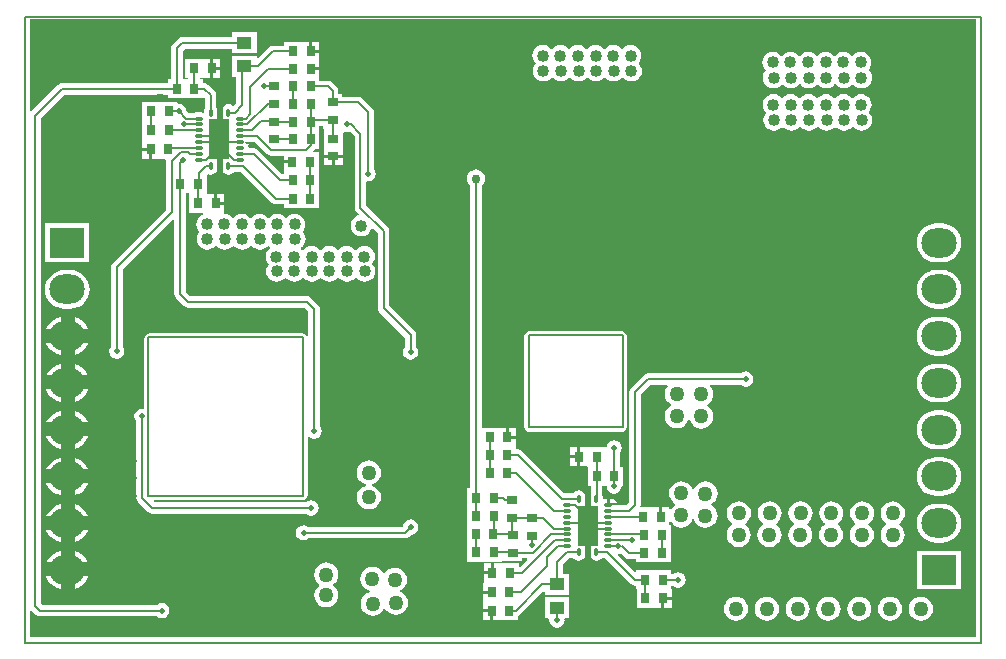
<source format=gbl>
%FSLAX25Y25*%
%MOIN*%
G70*
G01*
G75*
G04 Layer_Physical_Order=2*
G04 Layer_Color=16711680*
%ADD10R,0.14410X0.09843*%
%ADD11R,0.14410X0.07874*%
%ADD12R,0.01969X0.06299*%
%ADD13R,0.03543X0.02126*%
%ADD14R,0.48504X0.15354*%
%ADD15R,0.09843X0.14410*%
%ADD16R,0.07874X0.14410*%
%ADD17R,0.06299X0.01969*%
%ADD18R,0.02126X0.03543*%
%ADD19R,0.10630X0.03937*%
%ADD20R,0.25590X0.07559*%
%ADD21C,0.00800*%
%ADD22R,0.49400X0.08100*%
%ADD23R,0.04800X0.94500*%
%ADD24R,0.18800X0.03900*%
%ADD25R,0.17900X0.04600*%
%ADD26R,0.19200X0.04500*%
%ADD27R,0.85300X0.11600*%
%ADD28R,0.04315X0.07664*%
%ADD29R,0.44671X0.11272*%
%ADD30R,0.44400X0.11000*%
%ADD31R,0.06900X0.15000*%
%ADD32R,0.06300X0.16900*%
%ADD33C,0.00500*%
%ADD34O,0.11811X0.09843*%
%ADD35R,0.11811X0.09843*%
%ADD36C,0.02000*%
%ADD37C,0.05000*%
%ADD38C,0.04000*%
%ADD39C,0.03000*%
%ADD40R,0.07087X0.13386*%
%ADD41O,0.01181X0.02756*%
%ADD42O,0.02756X0.01181*%
%ADD43R,0.02756X0.03347*%
%ADD44R,0.05118X0.03937*%
%ADD45R,0.03347X0.02756*%
%ADD46R,0.04800X0.92500*%
%ADD47R,0.02200X0.25827*%
%ADD48R,0.02300X0.29000*%
G36*
X317113Y-155696D02*
X1784D01*
Y-146877D01*
X2246Y-146686D01*
X3730Y-148170D01*
X4359Y-148590D01*
X5100Y-148737D01*
X44099D01*
X44725Y-149155D01*
X45700Y-149349D01*
X46676Y-149155D01*
X47502Y-148602D01*
X48055Y-147775D01*
X48249Y-146800D01*
X48055Y-145825D01*
X47502Y-144998D01*
X46676Y-144445D01*
X45700Y-144251D01*
X44725Y-144445D01*
X44099Y-144863D01*
X5902D01*
X5437Y-144398D01*
Y-21900D01*
Y17398D01*
X13202Y25163D01*
X47748D01*
Y23927D01*
X53504D01*
X53504Y23927D01*
Y23927D01*
X53504D01*
X53654D01*
X53857Y23927D01*
X53857Y23927D01*
Y23927D01*
X59409D01*
Y24098D01*
X59620Y24185D01*
X60036Y23907D01*
Y20809D01*
X60004Y20761D01*
X59842Y19946D01*
Y19513D01*
X59455Y19196D01*
X58824Y19321D01*
X57249D01*
X56433Y19159D01*
X56385Y19127D01*
X54613D01*
X53902Y19838D01*
X53755Y20575D01*
X53202Y21402D01*
X52376Y21955D01*
X51400Y22149D01*
X51296Y22128D01*
X50909Y22445D01*
Y22773D01*
X45357D01*
X45357Y22773D01*
Y22773D01*
X45153Y22773D01*
X45079D01*
X45004D01*
X44800Y22773D01*
X44800Y22773D01*
Y22773D01*
X39248D01*
Y16427D01*
Y10427D01*
X39248Y10427D01*
X39248D01*
X39248Y10227D01*
Y10179D01*
X39143Y10073D01*
X39143D01*
Y7400D01*
X42022D01*
Y6901D01*
X42520D01*
Y3727D01*
X44898D01*
Y3727D01*
X45048D01*
X45252Y3727D01*
X45252Y3727D01*
Y3727D01*
X46833D01*
X47150Y3340D01*
X47063Y2900D01*
Y-13198D01*
X29330Y-30930D01*
X28910Y-31559D01*
X28763Y-32300D01*
Y-58799D01*
X28345Y-59425D01*
X28151Y-60400D01*
X28345Y-61375D01*
X28898Y-62202D01*
X29724Y-62755D01*
X30700Y-62949D01*
X31675Y-62755D01*
X32502Y-62202D01*
X33055Y-61375D01*
X33249Y-60400D01*
X33055Y-59425D01*
X32637Y-58799D01*
Y-33102D01*
X49427Y-16313D01*
X49889Y-16504D01*
Y-41295D01*
X49889Y-41295D01*
X49889D01*
X50036Y-42036D01*
X50456Y-42664D01*
X53062Y-45270D01*
X53690Y-45690D01*
X54431Y-45837D01*
X93298D01*
X94563Y-47102D01*
Y-55276D01*
X94084Y-55421D01*
X93762Y-54938D01*
X93183Y-54552D01*
X92500Y-54416D01*
X41600D01*
X40917Y-54552D01*
X40338Y-54938D01*
X39952Y-55517D01*
X39816Y-56200D01*
Y-79299D01*
X39429Y-79616D01*
X39100Y-79551D01*
X38124Y-79745D01*
X37298Y-80298D01*
X36745Y-81125D01*
X36551Y-82100D01*
X36745Y-83075D01*
X37163Y-83701D01*
Y-109300D01*
X37163Y-109300D01*
X37163D01*
X37310Y-110041D01*
X37730Y-110670D01*
X41030Y-113970D01*
X41030D01*
X41030Y-113970D01*
X41030Y-113970D01*
Y-113970D01*
X41659Y-114390D01*
X42400Y-114537D01*
X93899D01*
X94525Y-114955D01*
X95500Y-115149D01*
X96475Y-114955D01*
X97302Y-114402D01*
X97855Y-113575D01*
X98049Y-112600D01*
X97855Y-111625D01*
X97302Y-110798D01*
X96475Y-110245D01*
X95500Y-110051D01*
X94525Y-110245D01*
X93899Y-110663D01*
X43346D01*
X43068Y-110247D01*
X43177Y-109984D01*
X92500D01*
X93183Y-109848D01*
X93762Y-109462D01*
X94148Y-108883D01*
X94284Y-108200D01*
Y-89057D01*
X94725Y-88821D01*
X95525Y-89355D01*
X96500Y-89549D01*
X97475Y-89355D01*
X98302Y-88802D01*
X98855Y-87976D01*
X99049Y-87000D01*
X98855Y-86024D01*
X98437Y-85399D01*
Y-46300D01*
X98290Y-45559D01*
X97870Y-44930D01*
X95470Y-42530D01*
X94841Y-42110D01*
X94100Y-41963D01*
X55234D01*
X53763Y-40492D01*
Y-7773D01*
X54704D01*
D01*
X54704D01*
X54843Y-7912D01*
Y-7927D01*
D01*
D01*
Y-7927D01*
X54843D01*
Y-14273D01*
X59511D01*
X59609Y-14764D01*
X58935Y-15043D01*
X58204Y-15604D01*
X57643Y-16335D01*
X57290Y-17186D01*
X57170Y-18100D01*
X57290Y-19014D01*
X57643Y-19865D01*
X58204Y-20596D01*
X58222Y-20610D01*
X57743Y-21235D01*
X57390Y-22086D01*
X57270Y-23000D01*
X57390Y-23914D01*
X57743Y-24765D01*
X58304Y-25496D01*
X59035Y-26057D01*
X59886Y-26410D01*
X60800Y-26530D01*
X61714Y-26410D01*
X62565Y-26057D01*
X63296Y-25496D01*
X63480Y-25257D01*
X63980D01*
X64164Y-25496D01*
X64895Y-26057D01*
X65746Y-26410D01*
X66660Y-26530D01*
X67574Y-26410D01*
X68425Y-26057D01*
X69156Y-25496D01*
X69340Y-25257D01*
X69840D01*
X70024Y-25496D01*
X70755Y-26057D01*
X71606Y-26410D01*
X72520Y-26530D01*
X73434Y-26410D01*
X74285Y-26057D01*
X75016Y-25496D01*
X75200Y-25257D01*
X75700D01*
X75884Y-25496D01*
X76615Y-26057D01*
X77466Y-26410D01*
X78380Y-26530D01*
X79294Y-26410D01*
X80145Y-26057D01*
X80876Y-25496D01*
X81060Y-25257D01*
X81560D01*
X81744Y-25496D01*
X81774Y-25520D01*
Y-26020D01*
X81404Y-26304D01*
X80843Y-27035D01*
X80490Y-27886D01*
X80370Y-28800D01*
X80490Y-29714D01*
X80843Y-30565D01*
X81404Y-31296D01*
X81408Y-31329D01*
X80943Y-31935D01*
X80590Y-32786D01*
X80470Y-33700D01*
X80590Y-34614D01*
X80943Y-35465D01*
X81504Y-36196D01*
X82235Y-36757D01*
X83086Y-37110D01*
X84000Y-37230D01*
X84914Y-37110D01*
X85765Y-36757D01*
X86496Y-36196D01*
X86680Y-35957D01*
X87180D01*
X87364Y-36196D01*
X88095Y-36757D01*
X88946Y-37110D01*
X89860Y-37230D01*
X90774Y-37110D01*
X91625Y-36757D01*
X92356Y-36196D01*
X92540Y-35957D01*
X93040D01*
X93224Y-36196D01*
X93955Y-36757D01*
X94806Y-37110D01*
X95720Y-37230D01*
X96634Y-37110D01*
X97485Y-36757D01*
X98216Y-36196D01*
X98400Y-35957D01*
X98900D01*
X99084Y-36196D01*
X99815Y-36757D01*
X100666Y-37110D01*
X101580Y-37230D01*
X102494Y-37110D01*
X103345Y-36757D01*
X104076Y-36196D01*
X104260Y-35957D01*
X104760D01*
X104944Y-36196D01*
X105675Y-36757D01*
X106526Y-37110D01*
X107440Y-37230D01*
X108354Y-37110D01*
X109205Y-36757D01*
X109936Y-36196D01*
X110120Y-35957D01*
X110620D01*
X110804Y-36196D01*
X111535Y-36757D01*
X112386Y-37110D01*
X113300Y-37230D01*
X114214Y-37110D01*
X115065Y-36757D01*
X115796Y-36196D01*
X116357Y-35465D01*
X116710Y-34614D01*
X116830Y-33700D01*
X116710Y-32786D01*
X116357Y-31935D01*
X115796Y-31204D01*
X115792Y-31171D01*
X116257Y-30565D01*
X116610Y-29714D01*
X116730Y-28800D01*
X116610Y-27886D01*
X116257Y-27035D01*
X115696Y-26304D01*
X114965Y-25743D01*
X114114Y-25390D01*
X113200Y-25270D01*
X112286Y-25390D01*
X111435Y-25743D01*
X110704Y-26304D01*
X110520Y-26543D01*
X110020D01*
X109836Y-26304D01*
X109105Y-25743D01*
X108254Y-25390D01*
X107340Y-25270D01*
X106426Y-25390D01*
X105575Y-25743D01*
X104844Y-26304D01*
X104660Y-26543D01*
X104160D01*
X103976Y-26304D01*
X103245Y-25743D01*
X102394Y-25390D01*
X101480Y-25270D01*
X100566Y-25390D01*
X99715Y-25743D01*
X98984Y-26304D01*
X98800Y-26543D01*
X98300D01*
X98116Y-26304D01*
X97385Y-25743D01*
X96534Y-25390D01*
X95620Y-25270D01*
X94706Y-25390D01*
X93855Y-25743D01*
X93124Y-26304D01*
X92940Y-26543D01*
X92440D01*
X92256Y-26304D01*
X92226Y-26281D01*
Y-25780D01*
X92596Y-25496D01*
X93157Y-24765D01*
X93510Y-23914D01*
X93630Y-23000D01*
X93510Y-22086D01*
X93157Y-21235D01*
X92596Y-20504D01*
X92592Y-20471D01*
X93057Y-19865D01*
X93410Y-19014D01*
X93530Y-18100D01*
X93410Y-17186D01*
X93057Y-16335D01*
X92496Y-15604D01*
X91765Y-15043D01*
X90914Y-14690D01*
X90000Y-14570D01*
X89086Y-14690D01*
X88235Y-15043D01*
X87504Y-15604D01*
X87320Y-15843D01*
X86820D01*
X86636Y-15604D01*
X85905Y-15043D01*
X85054Y-14690D01*
X84140Y-14570D01*
X83226Y-14690D01*
X82375Y-15043D01*
X81644Y-15604D01*
X81460Y-15843D01*
X80960D01*
X80776Y-15604D01*
X80045Y-15043D01*
X79194Y-14690D01*
X78280Y-14570D01*
X77366Y-14690D01*
X76515Y-15043D01*
X75784Y-15604D01*
X75600Y-15843D01*
X75100D01*
X74916Y-15604D01*
X74185Y-15043D01*
X73334Y-14690D01*
X72420Y-14570D01*
X71506Y-14690D01*
X70655Y-15043D01*
X69924Y-15604D01*
X69740Y-15843D01*
X69240D01*
X69056Y-15604D01*
X68325Y-15043D01*
X67474Y-14690D01*
X66560Y-14570D01*
X66541Y-14555D01*
X66504Y-14273D01*
X66504Y-14273D01*
X66504Y-14273D01*
Y-11600D01*
X63625D01*
Y-11101D01*
X63126D01*
Y-7927D01*
X60952D01*
X60952Y-7927D01*
Y-7927D01*
X60748Y-7927D01*
X60610Y-7773D01*
D01*
X60609Y-7773D01*
Y-1479D01*
X61050Y-1243D01*
X61158Y-1315D01*
X61973Y-1477D01*
X62789Y-1315D01*
X63480Y-853D01*
X63942Y-161D01*
X64105Y654D01*
Y2107D01*
X64426D01*
Y10299D01*
Y18493D01*
X64105D01*
Y19946D01*
X63942Y20761D01*
X63910Y20809D01*
Y24927D01*
X63763Y25668D01*
X63343Y26297D01*
X61170Y28470D01*
X60541Y28890D01*
X59800Y29037D01*
X59409D01*
Y30273D01*
X58469D01*
Y30827D01*
X59298D01*
Y30827D01*
X59448D01*
X59652Y30827D01*
X59652Y30827D01*
Y30827D01*
X61826D01*
Y33999D01*
Y37173D01*
X59652D01*
X59652Y37173D01*
Y37173D01*
X59448Y37173D01*
X59373D01*
X59298D01*
X59095Y37173D01*
X59095Y37173D01*
Y37173D01*
X53543D01*
Y30827D01*
X54594D01*
Y30273D01*
X53857D01*
X53857Y30273D01*
Y30273D01*
X53654Y30273D01*
X53579D01*
X53504D01*
X53300Y30273D01*
X53300Y30273D01*
Y30273D01*
X52637D01*
Y39798D01*
X53376Y40537D01*
X69167D01*
Y39006D01*
X77285D01*
Y45943D01*
X69167D01*
Y44411D01*
X52574D01*
X51833Y44264D01*
X51204Y43844D01*
X49330Y41970D01*
X48910Y41341D01*
X48763Y40600D01*
Y30273D01*
X47748D01*
Y29037D01*
X12400D01*
X11659Y28890D01*
X11030Y28470D01*
X2246Y19686D01*
X1784Y19877D01*
Y50516D01*
X317113D01*
Y-155696D01*
D02*
G37*
%LPC*%
G36*
X13673Y-118217D02*
X6786D01*
X6861Y-118976D01*
X7228Y-120186D01*
X7824Y-121301D01*
X8626Y-122279D01*
X9604Y-123082D01*
X10720Y-123678D01*
X11930Y-124045D01*
X13189Y-124169D01*
X13673D01*
Y-118217D01*
D02*
G37*
G36*
X289400Y-110365D02*
X288356Y-110503D01*
X287383Y-110906D01*
X286547Y-111547D01*
X285906Y-112383D01*
X285503Y-113356D01*
X285366Y-114400D01*
X285503Y-115444D01*
X285906Y-116417D01*
X286547Y-117253D01*
X287107Y-117683D01*
X287145Y-117774D01*
Y-118212D01*
X286447Y-118747D01*
X285806Y-119583D01*
X285403Y-120556D01*
X285265Y-121600D01*
X285403Y-122644D01*
X285806Y-123617D01*
X286447Y-124453D01*
X287283Y-125094D01*
X288256Y-125497D01*
X289300Y-125635D01*
X290344Y-125497D01*
X291317Y-125094D01*
X292153Y-124453D01*
X292794Y-123617D01*
X293197Y-122644D01*
X293335Y-121600D01*
X293197Y-120556D01*
X292794Y-119583D01*
X292153Y-118747D01*
X291317Y-118106D01*
Y-117935D01*
X291417Y-117894D01*
X292253Y-117253D01*
X292894Y-116417D01*
X293297Y-115444D01*
X293435Y-114400D01*
X293297Y-113356D01*
X292894Y-112383D01*
X292253Y-111547D01*
X291417Y-110906D01*
X290444Y-110503D01*
X289400Y-110365D01*
D02*
G37*
G36*
X21561Y-118217D02*
X14673D01*
Y-124169D01*
X15157D01*
X16416Y-124045D01*
X17627Y-123678D01*
X18742Y-123082D01*
X19720Y-122279D01*
X20522Y-121301D01*
X21119Y-120186D01*
X21486Y-118976D01*
X21561Y-118217D01*
D02*
G37*
G36*
X305709Y-111264D02*
X303740D01*
X302481Y-111388D01*
X301271Y-111755D01*
X300155Y-112352D01*
X299178Y-113154D01*
X298375Y-114132D01*
X297779Y-115247D01*
X297412Y-116458D01*
X297288Y-117717D01*
X297412Y-118975D01*
X297779Y-120186D01*
X298375Y-121301D01*
X299178Y-122279D01*
X300155Y-123081D01*
X301271Y-123678D01*
X302481Y-124045D01*
X303740Y-124169D01*
X305709D01*
X306967Y-124045D01*
X308178Y-123678D01*
X309293Y-123081D01*
X310271Y-122279D01*
X311074Y-121301D01*
X311670Y-120186D01*
X312037Y-118975D01*
X312161Y-117717D01*
X312037Y-116458D01*
X311670Y-115247D01*
X311074Y-114132D01*
X310271Y-113154D01*
X309293Y-112352D01*
X308178Y-111755D01*
X306967Y-111388D01*
X305709Y-111264D01*
D02*
G37*
G36*
X279133Y-110365D02*
X278089Y-110503D01*
X277116Y-110906D01*
X276280Y-111547D01*
X275639Y-112383D01*
X275236Y-113356D01*
X275099Y-114400D01*
X275236Y-115444D01*
X275639Y-116417D01*
X276280Y-117253D01*
X276841Y-117683D01*
X276878Y-117774D01*
Y-118212D01*
X276181Y-118747D01*
X275539Y-119583D01*
X275136Y-120556D01*
X274999Y-121600D01*
X275136Y-122644D01*
X275539Y-123617D01*
X276181Y-124453D01*
X277016Y-125094D01*
X277989Y-125497D01*
X279033Y-125635D01*
X280078Y-125497D01*
X281051Y-125094D01*
X281886Y-124453D01*
X282527Y-123617D01*
X282930Y-122644D01*
X283068Y-121600D01*
X282930Y-120556D01*
X282527Y-119583D01*
X281886Y-118747D01*
X281051Y-118106D01*
Y-117935D01*
X281151Y-117894D01*
X281986Y-117253D01*
X282627Y-116417D01*
X283030Y-115444D01*
X283168Y-114400D01*
X283030Y-113356D01*
X282627Y-112383D01*
X281986Y-111547D01*
X281151Y-110906D01*
X280178Y-110503D01*
X279133Y-110365D01*
D02*
G37*
G36*
X248333D02*
X247289Y-110503D01*
X246316Y-110906D01*
X245480Y-111547D01*
X244839Y-112383D01*
X244436Y-113356D01*
X244299Y-114400D01*
X244436Y-115444D01*
X244839Y-116417D01*
X245480Y-117253D01*
X246041Y-117683D01*
X246078Y-117774D01*
Y-118212D01*
X245380Y-118747D01*
X244739Y-119583D01*
X244336Y-120556D01*
X244199Y-121600D01*
X244336Y-122644D01*
X244739Y-123617D01*
X245380Y-124453D01*
X246216Y-125094D01*
X247189Y-125497D01*
X248233Y-125635D01*
X249278Y-125497D01*
X250251Y-125094D01*
X251086Y-124453D01*
X251727Y-123617D01*
X252130Y-122644D01*
X252268Y-121600D01*
X252130Y-120556D01*
X251727Y-119583D01*
X251086Y-118747D01*
X250251Y-118106D01*
Y-117935D01*
X250351Y-117894D01*
X251186Y-117253D01*
X251827Y-116417D01*
X252230Y-115444D01*
X252368Y-114400D01*
X252230Y-113356D01*
X251827Y-112383D01*
X251186Y-111547D01*
X250351Y-110906D01*
X249378Y-110503D01*
X248333Y-110365D01*
D02*
G37*
G36*
X238067D02*
X237022Y-110503D01*
X236049Y-110906D01*
X235214Y-111547D01*
X234573Y-112383D01*
X234170Y-113356D01*
X234032Y-114400D01*
X234170Y-115444D01*
X234573Y-116417D01*
X235214Y-117253D01*
X235774Y-117683D01*
X235812Y-117774D01*
Y-118212D01*
X235114Y-118747D01*
X234473Y-119583D01*
X234070Y-120556D01*
X233932Y-121600D01*
X234070Y-122644D01*
X234473Y-123617D01*
X235114Y-124453D01*
X235949Y-125094D01*
X236923Y-125497D01*
X237967Y-125635D01*
X239011Y-125497D01*
X239984Y-125094D01*
X240820Y-124453D01*
X241461Y-123617D01*
X241864Y-122644D01*
X242001Y-121600D01*
X241864Y-120556D01*
X241461Y-119583D01*
X240820Y-118747D01*
X239984Y-118106D01*
Y-117935D01*
X240084Y-117894D01*
X240919Y-117253D01*
X241561Y-116417D01*
X241964Y-115444D01*
X242101Y-114400D01*
X241964Y-113356D01*
X241561Y-112383D01*
X240919Y-111547D01*
X240084Y-110906D01*
X239111Y-110503D01*
X238067Y-110365D01*
D02*
G37*
G36*
X268867D02*
X267823Y-110503D01*
X266849Y-110906D01*
X266014Y-111547D01*
X265373Y-112383D01*
X264970Y-113356D01*
X264832Y-114400D01*
X264970Y-115444D01*
X265373Y-116417D01*
X266014Y-117253D01*
X266574Y-117683D01*
X266612Y-117774D01*
Y-118212D01*
X265914Y-118747D01*
X265273Y-119583D01*
X264870Y-120556D01*
X264732Y-121600D01*
X264870Y-122644D01*
X265273Y-123617D01*
X265914Y-124453D01*
X266749Y-125094D01*
X267723Y-125497D01*
X268767Y-125635D01*
X269811Y-125497D01*
X270784Y-125094D01*
X271620Y-124453D01*
X272261Y-123617D01*
X272664Y-122644D01*
X272801Y-121600D01*
X272664Y-120556D01*
X272261Y-119583D01*
X271620Y-118747D01*
X270784Y-118106D01*
Y-117935D01*
X270884Y-117894D01*
X271720Y-117253D01*
X272361Y-116417D01*
X272764Y-115444D01*
X272901Y-114400D01*
X272764Y-113356D01*
X272361Y-112383D01*
X271720Y-111547D01*
X270884Y-110906D01*
X269911Y-110503D01*
X268867Y-110365D01*
D02*
G37*
G36*
X258600D02*
X257556Y-110503D01*
X256583Y-110906D01*
X255747Y-111547D01*
X255106Y-112383D01*
X254703Y-113356D01*
X254566Y-114400D01*
X254703Y-115444D01*
X255106Y-116417D01*
X255747Y-117253D01*
X256307Y-117683D01*
X256345Y-117774D01*
Y-118212D01*
X255647Y-118747D01*
X255006Y-119583D01*
X254603Y-120556D01*
X254466Y-121600D01*
X254603Y-122644D01*
X255006Y-123617D01*
X255647Y-124453D01*
X256483Y-125094D01*
X257456Y-125497D01*
X258500Y-125635D01*
X259544Y-125497D01*
X260517Y-125094D01*
X261353Y-124453D01*
X261994Y-123617D01*
X262397Y-122644D01*
X262534Y-121600D01*
X262397Y-120556D01*
X261994Y-119583D01*
X261353Y-118747D01*
X260517Y-118106D01*
Y-117935D01*
X260617Y-117894D01*
X261453Y-117253D01*
X262094Y-116417D01*
X262497Y-115444D01*
X262634Y-114400D01*
X262497Y-113356D01*
X262094Y-112383D01*
X261453Y-111547D01*
X260617Y-110906D01*
X259644Y-110503D01*
X258600Y-110365D01*
D02*
G37*
G36*
X21561Y-102626D02*
X14673D01*
Y-108579D01*
X15157D01*
X16416Y-108455D01*
X17627Y-108087D01*
X18742Y-107491D01*
X19720Y-106689D01*
X20522Y-105711D01*
X21119Y-104595D01*
X21486Y-103385D01*
X21561Y-102626D01*
D02*
G37*
G36*
X13673D02*
X6786D01*
X6861Y-103385D01*
X7228Y-104595D01*
X7824Y-105711D01*
X8626Y-106689D01*
X9604Y-107491D01*
X10720Y-108087D01*
X11930Y-108455D01*
X13189Y-108579D01*
X13673D01*
Y-102626D01*
D02*
G37*
G36*
Y-95674D02*
X13189D01*
X11930Y-95798D01*
X10720Y-96165D01*
X9604Y-96761D01*
X8626Y-97564D01*
X7824Y-98541D01*
X7228Y-99657D01*
X6861Y-100867D01*
X6786Y-101626D01*
X13673D01*
Y-95674D01*
D02*
G37*
G36*
X305709Y-95674D02*
X303740D01*
X302481Y-95797D01*
X301271Y-96165D01*
X300155Y-96761D01*
X299178Y-97563D01*
X298375Y-98541D01*
X297779Y-99657D01*
X297412Y-100867D01*
X297288Y-102126D01*
X297412Y-103385D01*
X297779Y-104595D01*
X298375Y-105711D01*
X299178Y-106688D01*
X300155Y-107491D01*
X301271Y-108087D01*
X302481Y-108454D01*
X303740Y-108578D01*
X305709D01*
X306967Y-108454D01*
X308178Y-108087D01*
X309293Y-107491D01*
X310271Y-106688D01*
X311074Y-105711D01*
X311670Y-104595D01*
X312037Y-103385D01*
X312161Y-102126D01*
X312037Y-100867D01*
X311670Y-99657D01*
X311074Y-98541D01*
X310271Y-97563D01*
X309293Y-96761D01*
X308178Y-96165D01*
X306967Y-95797D01*
X305709Y-95674D01*
D02*
G37*
G36*
X195303Y-109472D02*
X195016D01*
Y-111104D01*
X197335D01*
X197272Y-110788D01*
X196810Y-110097D01*
X196119Y-109635D01*
X195303Y-109472D01*
D02*
G37*
G36*
X13673Y-111265D02*
X13189D01*
X11930Y-111389D01*
X10720Y-111756D01*
X9604Y-112352D01*
X8626Y-113154D01*
X7824Y-114132D01*
X7228Y-115248D01*
X6861Y-116458D01*
X6786Y-117217D01*
X13673D01*
Y-111265D01*
D02*
G37*
G36*
X128600Y-116451D02*
X127624Y-116645D01*
X126798Y-117198D01*
X126245Y-118025D01*
X126074Y-118887D01*
X126048Y-118913D01*
X94551D01*
X93925Y-118495D01*
X92950Y-118301D01*
X91975Y-118495D01*
X91148Y-119048D01*
X90595Y-119875D01*
X90401Y-120850D01*
X90595Y-121826D01*
X91148Y-122652D01*
X91975Y-123205D01*
X92950Y-123399D01*
X93925Y-123205D01*
X94551Y-122787D01*
X126850D01*
X127591Y-122640D01*
X128220Y-122220D01*
X128963Y-121477D01*
X129576Y-121355D01*
X130402Y-120802D01*
X130955Y-119975D01*
X131149Y-119000D01*
X130955Y-118025D01*
X130402Y-117198D01*
X129576Y-116645D01*
X128600Y-116451D01*
D02*
G37*
G36*
X114728Y-96782D02*
X113683Y-96920D01*
X112710Y-97323D01*
X111875Y-97964D01*
X111234Y-98799D01*
X110830Y-99772D01*
X110693Y-100817D01*
X110830Y-101861D01*
X111234Y-102834D01*
X111875Y-103669D01*
X112710Y-104311D01*
X113621Y-104688D01*
Y-105188D01*
X112710Y-105565D01*
X111875Y-106206D01*
X111234Y-107042D01*
X110830Y-108015D01*
X110693Y-109059D01*
X110830Y-110103D01*
X111234Y-111076D01*
X111875Y-111912D01*
X112710Y-112553D01*
X113683Y-112956D01*
X114728Y-113094D01*
X115772Y-112956D01*
X116745Y-112553D01*
X117580Y-111912D01*
X118222Y-111076D01*
X118625Y-110103D01*
X118762Y-109059D01*
X118625Y-108015D01*
X118222Y-107042D01*
X117580Y-106206D01*
X116745Y-105565D01*
X115834Y-105188D01*
Y-104688D01*
X116745Y-104311D01*
X117580Y-103669D01*
X118222Y-102834D01*
X118625Y-101861D01*
X118762Y-100817D01*
X118625Y-99772D01*
X118222Y-98799D01*
X117580Y-97964D01*
X116745Y-97323D01*
X115772Y-96920D01*
X114728Y-96782D01*
D02*
G37*
G36*
X15157Y-111265D02*
X14673D01*
Y-117217D01*
X21561D01*
X21486Y-116458D01*
X21119Y-115248D01*
X20522Y-114132D01*
X19720Y-113154D01*
X18742Y-112352D01*
X17627Y-111756D01*
X16416Y-111389D01*
X15157Y-111265D01*
D02*
G37*
G36*
X150400Y226D02*
X149617Y123D01*
X148887Y-180D01*
X148260Y-660D01*
X147780Y-1287D01*
X147477Y-2017D01*
X147374Y-2800D01*
X147477Y-3583D01*
X147780Y-4313D01*
X148260Y-4940D01*
X148463Y-5095D01*
Y-106127D01*
X147522D01*
Y-112473D01*
Y-118020D01*
X147442D01*
Y-124367D01*
X147517D01*
Y-130573D01*
X153272D01*
Y-130573D01*
X153422D01*
X153626Y-130573D01*
X153626Y-130573D01*
Y-130573D01*
X159178D01*
Y-130372D01*
X159453D01*
Y-130372D01*
X165799D01*
Y-129431D01*
X167376D01*
X167568Y-129893D01*
X165104Y-132357D01*
X164604D01*
Y-131121D01*
X159052D01*
X159052Y-131121D01*
Y-131121D01*
X158848Y-131121D01*
X158773D01*
X158698D01*
X158494Y-131121D01*
X158494Y-131121D01*
Y-131121D01*
X156321D01*
Y-134295D01*
X155822D01*
Y-134794D01*
X152943D01*
Y-137167D01*
X152943Y-137167D01*
X152943D01*
X152943Y-137467D01*
X152889Y-137521D01*
X152748D01*
Y-140194D01*
X155627D01*
Y-141194D01*
X152748D01*
Y-143867D01*
Y-146394D01*
X155627D01*
Y-146893D01*
X156126D01*
Y-150067D01*
X158504D01*
Y-150067D01*
X158653D01*
X158858Y-150067D01*
X158858Y-150067D01*
Y-150067D01*
X164409D01*
Y-148642D01*
X164976Y-148264D01*
X172805Y-140435D01*
X173267Y-140626D01*
Y-141462D01*
X181385D01*
Y-134525D01*
X179263D01*
Y-131476D01*
X181450Y-129289D01*
X182927D01*
X183166Y-129647D01*
X183858Y-130109D01*
X184673Y-130271D01*
X185489Y-130109D01*
X186180Y-129647D01*
X186643Y-128955D01*
X186805Y-128139D01*
Y-126687D01*
X187126D01*
Y-118495D01*
Y-110301D01*
X186805D01*
Y-108848D01*
X186643Y-108032D01*
X186180Y-107341D01*
X185489Y-106879D01*
X184673Y-106717D01*
X183858Y-106879D01*
X183166Y-107341D01*
X182927Y-107698D01*
X179838D01*
X165763Y-93624D01*
X165135Y-93204D01*
X164394Y-93056D01*
X163804D01*
Y-91821D01*
X163784D01*
Y-89600D01*
X160905D01*
Y-89101D01*
X160406D01*
Y-85927D01*
X158231D01*
X158231Y-85927D01*
Y-85927D01*
X158028Y-85927D01*
X157953D01*
X157878D01*
X157674Y-85927D01*
X157674Y-85927D01*
Y-85927D01*
X152337D01*
Y-5095D01*
X152540Y-4940D01*
X153021Y-4313D01*
X153323Y-3583D01*
X153426Y-2800D01*
X153323Y-2017D01*
X153021Y-1287D01*
X152540Y-660D01*
X151913Y-180D01*
X151183Y123D01*
X150400Y226D01*
D02*
G37*
G36*
X288433Y-142166D02*
X287389Y-142303D01*
X286416Y-142706D01*
X285580Y-143347D01*
X284939Y-144183D01*
X284536Y-145156D01*
X284399Y-146200D01*
X284536Y-147244D01*
X284939Y-148217D01*
X285580Y-149053D01*
X286416Y-149694D01*
X287389Y-150097D01*
X288433Y-150234D01*
X289478Y-150097D01*
X290451Y-149694D01*
X291286Y-149053D01*
X291927Y-148217D01*
X292330Y-147244D01*
X292468Y-146200D01*
X292330Y-145156D01*
X291927Y-144183D01*
X291286Y-143347D01*
X290451Y-142706D01*
X289478Y-142303D01*
X288433Y-142166D01*
D02*
G37*
G36*
X278167D02*
X277122Y-142303D01*
X276149Y-142706D01*
X275314Y-143347D01*
X274673Y-144183D01*
X274270Y-145156D01*
X274132Y-146200D01*
X274270Y-147244D01*
X274673Y-148217D01*
X275314Y-149053D01*
X276149Y-149694D01*
X277122Y-150097D01*
X278167Y-150234D01*
X279211Y-150097D01*
X280184Y-149694D01*
X281019Y-149053D01*
X281661Y-148217D01*
X282064Y-147244D01*
X282201Y-146200D01*
X282064Y-145156D01*
X281661Y-144183D01*
X281019Y-143347D01*
X280184Y-142706D01*
X279211Y-142303D01*
X278167Y-142166D01*
D02*
G37*
G36*
X155126Y-147394D02*
X152748D01*
Y-150067D01*
X155126D01*
Y-147394D01*
D02*
G37*
G36*
X298700Y-142166D02*
X297656Y-142303D01*
X296683Y-142706D01*
X295847Y-143347D01*
X295206Y-144183D01*
X294803Y-145156D01*
X294666Y-146200D01*
X294803Y-147244D01*
X295206Y-148217D01*
X295847Y-149053D01*
X296683Y-149694D01*
X297656Y-150097D01*
X298700Y-150234D01*
X299744Y-150097D01*
X300717Y-149694D01*
X301553Y-149053D01*
X302194Y-148217D01*
X302597Y-147244D01*
X302734Y-146200D01*
X302597Y-145156D01*
X302194Y-144183D01*
X301553Y-143347D01*
X300717Y-142706D01*
X299744Y-142303D01*
X298700Y-142166D01*
D02*
G37*
G36*
X267900D02*
X266856Y-142303D01*
X265883Y-142706D01*
X265047Y-143347D01*
X264406Y-144183D01*
X264003Y-145156D01*
X263865Y-146200D01*
X264003Y-147244D01*
X264406Y-148217D01*
X265047Y-149053D01*
X265883Y-149694D01*
X266856Y-150097D01*
X267900Y-150234D01*
X268944Y-150097D01*
X269917Y-149694D01*
X270753Y-149053D01*
X271394Y-148217D01*
X271797Y-147244D01*
X271935Y-146200D01*
X271797Y-145156D01*
X271394Y-144183D01*
X270753Y-143347D01*
X269917Y-142706D01*
X268944Y-142303D01*
X267900Y-142166D01*
D02*
G37*
G36*
X237100D02*
X236056Y-142303D01*
X235083Y-142706D01*
X234247Y-143347D01*
X233606Y-144183D01*
X233203Y-145156D01*
X233066Y-146200D01*
X233203Y-147244D01*
X233606Y-148217D01*
X234247Y-149053D01*
X235083Y-149694D01*
X236056Y-150097D01*
X237100Y-150234D01*
X238144Y-150097D01*
X239117Y-149694D01*
X239953Y-149053D01*
X240594Y-148217D01*
X240997Y-147244D01*
X241135Y-146200D01*
X240997Y-145156D01*
X240594Y-144183D01*
X239953Y-143347D01*
X239117Y-142706D01*
X238144Y-142303D01*
X237100Y-142166D01*
D02*
G37*
G36*
X181385Y-142399D02*
X173267D01*
Y-149336D01*
X174589D01*
X174906Y-149723D01*
X174851Y-150000D01*
X175045Y-150976D01*
X175598Y-151802D01*
X176425Y-152355D01*
X177400Y-152549D01*
X178375Y-152355D01*
X179202Y-151802D01*
X179755Y-150976D01*
X179949Y-150000D01*
X179894Y-149723D01*
X180211Y-149336D01*
X181385D01*
Y-142399D01*
D02*
G37*
G36*
X257633Y-142166D02*
X256589Y-142303D01*
X255616Y-142706D01*
X254781Y-143347D01*
X254139Y-144183D01*
X253736Y-145156D01*
X253599Y-146200D01*
X253736Y-147244D01*
X254139Y-148217D01*
X254781Y-149053D01*
X255616Y-149694D01*
X256589Y-150097D01*
X257633Y-150234D01*
X258678Y-150097D01*
X259651Y-149694D01*
X260486Y-149053D01*
X261127Y-148217D01*
X261530Y-147244D01*
X261668Y-146200D01*
X261530Y-145156D01*
X261127Y-144183D01*
X260486Y-143347D01*
X259651Y-142706D01*
X258678Y-142303D01*
X257633Y-142166D01*
D02*
G37*
G36*
X247367D02*
X246322Y-142303D01*
X245349Y-142706D01*
X244514Y-143347D01*
X243873Y-144183D01*
X243470Y-145156D01*
X243332Y-146200D01*
X243470Y-147244D01*
X243873Y-148217D01*
X244514Y-149053D01*
X245349Y-149694D01*
X246322Y-150097D01*
X247367Y-150234D01*
X248411Y-150097D01*
X249384Y-149694D01*
X250219Y-149053D01*
X250861Y-148217D01*
X251264Y-147244D01*
X251401Y-146200D01*
X251264Y-145156D01*
X250861Y-144183D01*
X250219Y-143347D01*
X249384Y-142706D01*
X248411Y-142303D01*
X247367Y-142166D01*
D02*
G37*
G36*
X155321Y-131121D02*
X152943D01*
Y-133794D01*
X155321D01*
Y-131121D01*
D02*
G37*
G36*
X312130Y-126886D02*
X297319D01*
Y-139728D01*
X312130D01*
Y-126886D01*
D02*
G37*
G36*
X15157Y-126855D02*
X14673D01*
Y-132807D01*
X21561D01*
X21486Y-132049D01*
X21119Y-130838D01*
X20522Y-129723D01*
X19720Y-128745D01*
X18742Y-127943D01*
X17627Y-127346D01*
X16416Y-126979D01*
X15157Y-126855D01*
D02*
G37*
G36*
X13673D02*
X13189D01*
X11930Y-126979D01*
X10720Y-127346D01*
X9604Y-127943D01*
X8626Y-128745D01*
X7824Y-129723D01*
X7228Y-130838D01*
X6861Y-132049D01*
X6786Y-132807D01*
X13673D01*
Y-126855D01*
D02*
G37*
G36*
X21561Y-133807D02*
X14673D01*
Y-139760D01*
X15157D01*
X16416Y-139636D01*
X17627Y-139269D01*
X18742Y-138672D01*
X19720Y-137870D01*
X20522Y-136892D01*
X21119Y-135777D01*
X21486Y-134566D01*
X21561Y-133807D01*
D02*
G37*
G36*
X215604Y-143294D02*
X213226D01*
Y-145967D01*
X215604D01*
Y-143294D01*
D02*
G37*
G36*
X115900Y-132166D02*
X114856Y-132303D01*
X113883Y-132706D01*
X113047Y-133347D01*
X112406Y-134183D01*
X112003Y-135156D01*
X111865Y-136200D01*
X112003Y-137244D01*
X112406Y-138217D01*
X113047Y-139053D01*
X113883Y-139694D01*
X114856Y-140097D01*
X114890Y-140102D01*
X114956Y-140603D01*
X113983Y-141006D01*
X113147Y-141647D01*
X112506Y-142483D01*
X112103Y-143456D01*
X111966Y-144500D01*
X112103Y-145544D01*
X112506Y-146517D01*
X113147Y-147353D01*
X113983Y-147994D01*
X114956Y-148397D01*
X116000Y-148535D01*
X117044Y-148397D01*
X118017Y-147994D01*
X118853Y-147353D01*
X119494Y-146517D01*
X119662Y-146111D01*
X120162D01*
X120206Y-146217D01*
X120847Y-147053D01*
X121683Y-147694D01*
X122656Y-148097D01*
X123700Y-148234D01*
X124744Y-148097D01*
X125717Y-147694D01*
X126553Y-147053D01*
X127194Y-146217D01*
X127597Y-145244D01*
X127734Y-144200D01*
X127597Y-143156D01*
X127194Y-142183D01*
X126553Y-141347D01*
X125717Y-140706D01*
X124744Y-140303D01*
X124741Y-140274D01*
X125417Y-139994D01*
X126253Y-139353D01*
X126894Y-138517D01*
X127297Y-137544D01*
X127435Y-136500D01*
X127297Y-135456D01*
X126894Y-134483D01*
X126253Y-133647D01*
X125417Y-133006D01*
X124444Y-132603D01*
X123400Y-132466D01*
X122356Y-132603D01*
X121383Y-133006D01*
X120547Y-133647D01*
X119959Y-134414D01*
X119463Y-134349D01*
X119394Y-134183D01*
X118753Y-133347D01*
X117917Y-132706D01*
X116944Y-132303D01*
X115900Y-132166D01*
D02*
G37*
G36*
X13673Y-133807D02*
X6786D01*
X6861Y-134566D01*
X7228Y-135777D01*
X7824Y-136892D01*
X8626Y-137870D01*
X9604Y-138672D01*
X10720Y-139269D01*
X11930Y-139636D01*
X13189Y-139760D01*
X13673D01*
Y-133807D01*
D02*
G37*
G36*
X100500Y-130765D02*
X99456Y-130903D01*
X98483Y-131306D01*
X97647Y-131947D01*
X97006Y-132783D01*
X96603Y-133756D01*
X96465Y-134800D01*
X96603Y-135844D01*
X97006Y-136817D01*
X97647Y-137653D01*
X98100Y-138000D01*
Y-138500D01*
X97647Y-138847D01*
X97006Y-139683D01*
X96603Y-140656D01*
X96465Y-141700D01*
X96603Y-142744D01*
X97006Y-143717D01*
X97647Y-144553D01*
X98483Y-145194D01*
X99456Y-145597D01*
X100500Y-145735D01*
X101544Y-145597D01*
X102517Y-145194D01*
X103353Y-144553D01*
X103994Y-143717D01*
X104397Y-142744D01*
X104534Y-141700D01*
X104397Y-140656D01*
X103994Y-139683D01*
X103353Y-138847D01*
X102900Y-138500D01*
Y-138000D01*
X103353Y-137653D01*
X103994Y-136817D01*
X104397Y-135844D01*
X104534Y-134800D01*
X104397Y-133756D01*
X103994Y-132783D01*
X103353Y-131947D01*
X102517Y-131306D01*
X101544Y-130903D01*
X100500Y-130765D01*
D02*
G37*
G36*
X21579Y-17752D02*
X6768D01*
Y-30595D01*
X21579D01*
Y-17752D01*
D02*
G37*
G36*
X305709Y-17721D02*
X303740D01*
X302481Y-17844D01*
X301271Y-18212D01*
X300155Y-18808D01*
X299178Y-19610D01*
X298375Y-20588D01*
X297779Y-21704D01*
X297412Y-22914D01*
X297288Y-24173D01*
X297412Y-25432D01*
X297779Y-26642D01*
X298375Y-27758D01*
X299178Y-28735D01*
X300155Y-29538D01*
X301271Y-30134D01*
X302481Y-30501D01*
X303740Y-30625D01*
X305709D01*
X306967Y-30501D01*
X308178Y-30134D01*
X309293Y-29538D01*
X310271Y-28735D01*
X311074Y-27758D01*
X311670Y-26642D01*
X312037Y-25432D01*
X312161Y-24173D01*
X312037Y-22914D01*
X311670Y-21704D01*
X311074Y-20588D01*
X310271Y-19610D01*
X309293Y-18808D01*
X308178Y-18212D01*
X306967Y-17844D01*
X305709Y-17721D01*
D02*
G37*
G36*
X102300Y4095D02*
X99627D01*
Y1716D01*
X102300D01*
Y4095D01*
D02*
G37*
G36*
X66504Y-7927D02*
X64126D01*
Y-10600D01*
X66504D01*
Y-7927D01*
D02*
G37*
G36*
X305709Y-33311D02*
X303740D01*
X302481Y-33435D01*
X301271Y-33802D01*
X300155Y-34399D01*
X299178Y-35201D01*
X298375Y-36179D01*
X297779Y-37294D01*
X297412Y-38505D01*
X297288Y-39764D01*
X297412Y-41022D01*
X297779Y-42233D01*
X298375Y-43348D01*
X299178Y-44326D01*
X300155Y-45128D01*
X301271Y-45725D01*
X302481Y-46092D01*
X303740Y-46216D01*
X305709D01*
X306967Y-46092D01*
X308178Y-45725D01*
X309293Y-45128D01*
X310271Y-44326D01*
X311074Y-43348D01*
X311670Y-42233D01*
X312037Y-41022D01*
X312161Y-39764D01*
X312037Y-38505D01*
X311670Y-37294D01*
X311074Y-36179D01*
X310271Y-35201D01*
X309293Y-34399D01*
X308178Y-33802D01*
X306967Y-33435D01*
X305709Y-33311D01*
D02*
G37*
G36*
X13673Y-48902D02*
X13189D01*
X11930Y-49026D01*
X10720Y-49393D01*
X9604Y-49990D01*
X8626Y-50792D01*
X7824Y-51770D01*
X7228Y-52885D01*
X6861Y-54096D01*
X6786Y-54854D01*
X13673D01*
Y-48902D01*
D02*
G37*
G36*
X305709Y-48902D02*
X303740D01*
X302481Y-49026D01*
X301271Y-49393D01*
X300155Y-49989D01*
X299178Y-50792D01*
X298375Y-51769D01*
X297779Y-52885D01*
X297412Y-54095D01*
X297288Y-55354D01*
X297412Y-56613D01*
X297779Y-57823D01*
X298375Y-58939D01*
X299178Y-59917D01*
X300155Y-60719D01*
X301271Y-61315D01*
X302481Y-61682D01*
X303740Y-61806D01*
X305709D01*
X306967Y-61682D01*
X308178Y-61315D01*
X309293Y-60719D01*
X310271Y-59917D01*
X311074Y-58939D01*
X311670Y-57823D01*
X312037Y-56613D01*
X312161Y-55354D01*
X312037Y-54095D01*
X311670Y-52885D01*
X311074Y-51769D01*
X310271Y-50792D01*
X309293Y-49989D01*
X308178Y-49393D01*
X306967Y-49026D01*
X305709Y-48902D01*
D02*
G37*
G36*
X15157Y-33312D02*
X13189D01*
X11930Y-33435D01*
X10720Y-33803D01*
X9604Y-34399D01*
X8626Y-35201D01*
X7824Y-36179D01*
X7228Y-37295D01*
X6861Y-38505D01*
X6737Y-39764D01*
X6861Y-41023D01*
X7228Y-42233D01*
X7824Y-43349D01*
X8626Y-44326D01*
X9604Y-45129D01*
X10720Y-45725D01*
X11930Y-46092D01*
X13189Y-46216D01*
X15157D01*
X16416Y-46092D01*
X17627Y-45725D01*
X18742Y-45129D01*
X19720Y-44326D01*
X20522Y-43349D01*
X21119Y-42233D01*
X21486Y-41023D01*
X21610Y-39764D01*
X21486Y-38505D01*
X21119Y-37295D01*
X20522Y-36179D01*
X19720Y-35201D01*
X18742Y-34399D01*
X17627Y-33803D01*
X16416Y-33435D01*
X15157Y-33312D01*
D02*
G37*
G36*
Y-48902D02*
X14673D01*
Y-54854D01*
X21561D01*
X21486Y-54096D01*
X21119Y-52885D01*
X20522Y-51770D01*
X19720Y-50792D01*
X18742Y-49990D01*
X17627Y-49393D01*
X16416Y-49026D01*
X15157Y-48902D01*
D02*
G37*
G36*
X278700Y39430D02*
X277786Y39310D01*
X276935Y38957D01*
X276204Y38396D01*
X276020Y38157D01*
X275520D01*
X275336Y38396D01*
X274605Y38957D01*
X273754Y39310D01*
X272840Y39430D01*
X271926Y39310D01*
X271075Y38957D01*
X270344Y38396D01*
X270160Y38157D01*
X269660D01*
X269476Y38396D01*
X268745Y38957D01*
X267894Y39310D01*
X266980Y39430D01*
X266066Y39310D01*
X265215Y38957D01*
X264484Y38396D01*
X264300Y38157D01*
X263800D01*
X263616Y38396D01*
X262885Y38957D01*
X262034Y39310D01*
X261120Y39430D01*
X260206Y39310D01*
X259355Y38957D01*
X258624Y38396D01*
X258440Y38157D01*
X257940D01*
X257756Y38396D01*
X257025Y38957D01*
X256174Y39310D01*
X255260Y39430D01*
X254346Y39310D01*
X253495Y38957D01*
X252764Y38396D01*
X252580Y38157D01*
X252080D01*
X251896Y38396D01*
X251165Y38957D01*
X250314Y39310D01*
X249400Y39430D01*
X248486Y39310D01*
X247635Y38957D01*
X246904Y38396D01*
X246343Y37665D01*
X245990Y36814D01*
X245870Y35900D01*
X245990Y34986D01*
X246343Y34135D01*
X246904Y33404D01*
X247082Y33267D01*
X246543Y32565D01*
X246190Y31714D01*
X246070Y30800D01*
X246190Y29886D01*
X246543Y29035D01*
X247104Y28304D01*
X247835Y27743D01*
X248686Y27390D01*
X249600Y27270D01*
X250514Y27390D01*
X251365Y27743D01*
X252096Y28304D01*
X252280Y28543D01*
X252780D01*
X252964Y28304D01*
X253695Y27743D01*
X254546Y27390D01*
X255460Y27270D01*
X256374Y27390D01*
X257225Y27743D01*
X257956Y28304D01*
X258140Y28543D01*
X258640D01*
X258824Y28304D01*
X259555Y27743D01*
X260406Y27390D01*
X261320Y27270D01*
X262234Y27390D01*
X263085Y27743D01*
X263816Y28304D01*
X264000Y28543D01*
X264500D01*
X264684Y28304D01*
X265415Y27743D01*
X266266Y27390D01*
X267180Y27270D01*
X268094Y27390D01*
X268945Y27743D01*
X269676Y28304D01*
X269860Y28543D01*
X270360D01*
X270544Y28304D01*
X271275Y27743D01*
X272126Y27390D01*
X273040Y27270D01*
X273954Y27390D01*
X274805Y27743D01*
X275536Y28304D01*
X275720Y28543D01*
X276220D01*
X276404Y28304D01*
X277135Y27743D01*
X277986Y27390D01*
X278900Y27270D01*
X279814Y27390D01*
X280665Y27743D01*
X281396Y28304D01*
X281957Y29035D01*
X282310Y29886D01*
X282430Y30800D01*
X282310Y31714D01*
X281957Y32565D01*
X281396Y33296D01*
X281355Y33610D01*
X281757Y34135D01*
X282110Y34986D01*
X282230Y35900D01*
X282110Y36814D01*
X281757Y37665D01*
X281196Y38396D01*
X280465Y38957D01*
X279614Y39310D01*
X278700Y39430D01*
D02*
G37*
G36*
X92298Y42773D02*
Y42773D01*
X86542D01*
Y41537D01*
X82700D01*
X81959Y41390D01*
X81330Y40970D01*
X77747Y37387D01*
X77285Y37578D01*
Y38069D01*
X69167D01*
Y31132D01*
X70563D01*
Y22402D01*
X69593Y21432D01*
X69386Y21453D01*
X68694Y21915D01*
X67879Y22077D01*
X67063Y21915D01*
X66372Y21453D01*
X65909Y20761D01*
X65747Y19946D01*
Y18493D01*
X65426D01*
Y10299D01*
Y2107D01*
X65747D01*
Y654D01*
X65909Y-161D01*
X66372Y-853D01*
X67063Y-1315D01*
X67879Y-1477D01*
X68694Y-1315D01*
X69386Y-853D01*
X69625Y-495D01*
X72056D01*
X82430Y-10870D01*
X83059Y-11290D01*
X83800Y-11437D01*
X86453D01*
Y-12673D01*
X92209D01*
Y-12673D01*
X92209D01*
X92209Y-12673D01*
X92359D01*
Y-12673D01*
X98115D01*
Y-6373D01*
Y-27D01*
X98009D01*
Y5973D01*
X96366D01*
X96175Y6435D01*
X96696Y6956D01*
X96810Y7127D01*
X98204D01*
Y13473D01*
X98204D01*
Y14668D01*
X99427D01*
Y13816D01*
X99627D01*
Y13378D01*
X99627D01*
Y7826D01*
X99627Y7826D01*
X99627D01*
X99627Y7622D01*
Y7472D01*
D01*
D01*
D01*
X99627D01*
D01*
Y5094D01*
X105973D01*
Y7269D01*
X105973Y7269D01*
D01*
D01*
X105973Y7472D01*
Y7488D01*
Y7547D01*
X105973Y7622D01*
X105973Y7826D01*
X105973Y7826D01*
X105973D01*
Y12538D01*
X106360Y12855D01*
X107279Y12672D01*
X108254Y12866D01*
X108398Y12962D01*
X109963Y11398D01*
Y-12500D01*
X109963Y-12500D01*
X109963D01*
X110110Y-13241D01*
X110530Y-13870D01*
X111296Y-14636D01*
X111199Y-15126D01*
X110435Y-15443D01*
X109704Y-16004D01*
X109143Y-16735D01*
X108790Y-17586D01*
X108670Y-18500D01*
X108790Y-19414D01*
X109143Y-20265D01*
X109704Y-20996D01*
X110435Y-21557D01*
X111286Y-21910D01*
X112200Y-22030D01*
X113114Y-21910D01*
X113965Y-21557D01*
X114696Y-20996D01*
X115257Y-20265D01*
X115574Y-19501D01*
X116064Y-19404D01*
X117663Y-21002D01*
Y-46000D01*
X117663Y-46000D01*
X117663D01*
X117810Y-46741D01*
X118230Y-47370D01*
X126663Y-55802D01*
Y-58999D01*
X126245Y-59624D01*
X126051Y-60600D01*
X126245Y-61576D01*
X126798Y-62402D01*
X127624Y-62955D01*
X128600Y-63149D01*
X129576Y-62955D01*
X130402Y-62402D01*
X130955Y-61576D01*
X131149Y-60600D01*
X130955Y-59624D01*
X130537Y-58999D01*
Y-55000D01*
X130390Y-54259D01*
X129970Y-53630D01*
X121537Y-45198D01*
Y-20200D01*
X121390Y-19459D01*
X120970Y-18830D01*
X113837Y-11698D01*
Y-4011D01*
X114224Y-3694D01*
X114500Y-3749D01*
X115475Y-3555D01*
X116302Y-3002D01*
X116855Y-2176D01*
X117049Y-1200D01*
X116855Y-225D01*
X116437Y401D01*
Y19300D01*
X116290Y20041D01*
X115870Y20670D01*
X112570Y23970D01*
X111941Y24390D01*
X111200Y24537D01*
X105773D01*
Y25478D01*
X104537D01*
Y26400D01*
X104390Y27141D01*
X103970Y27770D01*
X102490Y29250D01*
X101861Y29670D01*
X101120Y29817D01*
X98204D01*
Y30567D01*
Y33240D01*
X95325D01*
Y34240D01*
X98204D01*
Y36427D01*
Y39100D01*
X95325D01*
Y39599D01*
X94826D01*
Y42773D01*
X92448D01*
D01*
D01*
X92448Y42773D01*
X92298D01*
D02*
G37*
G36*
X202000Y41730D02*
X201086Y41610D01*
X200235Y41257D01*
X199504Y40696D01*
X199320Y40457D01*
X198820D01*
X198636Y40696D01*
X197905Y41257D01*
X197054Y41610D01*
X196140Y41730D01*
X195226Y41610D01*
X194375Y41257D01*
X193644Y40696D01*
X193460Y40457D01*
X192960D01*
X192776Y40696D01*
X192045Y41257D01*
X191194Y41610D01*
X190280Y41730D01*
X189366Y41610D01*
X188515Y41257D01*
X187784Y40696D01*
X187600Y40457D01*
X187100D01*
X186916Y40696D01*
X186185Y41257D01*
X185334Y41610D01*
X184420Y41730D01*
X183506Y41610D01*
X182655Y41257D01*
X181924Y40696D01*
X181740Y40457D01*
X181240D01*
X181056Y40696D01*
X180325Y41257D01*
X179474Y41610D01*
X178560Y41730D01*
X177646Y41610D01*
X176795Y41257D01*
X176064Y40696D01*
X175880Y40457D01*
X175380D01*
X175196Y40696D01*
X174465Y41257D01*
X173614Y41610D01*
X172700Y41730D01*
X171786Y41610D01*
X170935Y41257D01*
X170204Y40696D01*
X169643Y39965D01*
X169290Y39114D01*
X169170Y38200D01*
X169290Y37286D01*
X169643Y36435D01*
X170204Y35704D01*
X170382Y35567D01*
X169843Y34865D01*
X169490Y34014D01*
X169370Y33100D01*
X169490Y32186D01*
X169843Y31335D01*
X170404Y30604D01*
X171135Y30043D01*
X171986Y29690D01*
X172900Y29570D01*
X173814Y29690D01*
X174665Y30043D01*
X175396Y30604D01*
X175580Y30843D01*
X176080D01*
X176264Y30604D01*
X176995Y30043D01*
X177846Y29690D01*
X178760Y29570D01*
X179674Y29690D01*
X180525Y30043D01*
X181256Y30604D01*
X181440Y30843D01*
X181940D01*
X182124Y30604D01*
X182855Y30043D01*
X183706Y29690D01*
X184620Y29570D01*
X185534Y29690D01*
X186385Y30043D01*
X187116Y30604D01*
X187300Y30843D01*
X187800D01*
X187984Y30604D01*
X188715Y30043D01*
X189566Y29690D01*
X190480Y29570D01*
X191394Y29690D01*
X192245Y30043D01*
X192976Y30604D01*
X193160Y30843D01*
X193660D01*
X193844Y30604D01*
X194575Y30043D01*
X195426Y29690D01*
X196340Y29570D01*
X197254Y29690D01*
X198105Y30043D01*
X198836Y30604D01*
X199020Y30843D01*
X199520D01*
X199704Y30604D01*
X200435Y30043D01*
X201286Y29690D01*
X202200Y29570D01*
X203114Y29690D01*
X203965Y30043D01*
X204696Y30604D01*
X205257Y31335D01*
X205610Y32186D01*
X205730Y33100D01*
X205610Y34014D01*
X205257Y34865D01*
X204696Y35596D01*
X204655Y35910D01*
X205057Y36435D01*
X205410Y37286D01*
X205530Y38200D01*
X205410Y39114D01*
X205057Y39965D01*
X204496Y40696D01*
X203765Y41257D01*
X202914Y41610D01*
X202000Y41730D01*
D02*
G37*
G36*
X98204Y42773D02*
X95826D01*
Y40100D01*
X98204D01*
Y42773D01*
D02*
G37*
G36*
X65204Y37173D02*
X62826D01*
Y34500D01*
X65204D01*
Y37173D01*
D02*
G37*
G36*
X41521Y6400D02*
X39143D01*
Y3727D01*
X41521D01*
Y6400D01*
D02*
G37*
G36*
X105973Y4095D02*
X103300D01*
Y1716D01*
X105973D01*
Y4095D01*
D02*
G37*
G36*
X65204Y33500D02*
X62826D01*
Y30827D01*
X65204D01*
Y33500D01*
D02*
G37*
G36*
X278800Y25330D02*
X277886Y25210D01*
X277035Y24857D01*
X276304Y24296D01*
X276120Y24057D01*
X275620D01*
X275436Y24296D01*
X274705Y24857D01*
X273854Y25210D01*
X272940Y25330D01*
X272026Y25210D01*
X271175Y24857D01*
X270444Y24296D01*
X270260Y24057D01*
X269760D01*
X269576Y24296D01*
X268845Y24857D01*
X267994Y25210D01*
X267080Y25330D01*
X266166Y25210D01*
X265315Y24857D01*
X264584Y24296D01*
X264400Y24057D01*
X263900D01*
X263716Y24296D01*
X262985Y24857D01*
X262134Y25210D01*
X261220Y25330D01*
X260306Y25210D01*
X259455Y24857D01*
X258724Y24296D01*
X258540Y24057D01*
X258040D01*
X257856Y24296D01*
X257125Y24857D01*
X256274Y25210D01*
X255360Y25330D01*
X254446Y25210D01*
X253595Y24857D01*
X252864Y24296D01*
X252680Y24057D01*
X252180D01*
X251996Y24296D01*
X251265Y24857D01*
X250414Y25210D01*
X249500Y25330D01*
X248586Y25210D01*
X247735Y24857D01*
X247004Y24296D01*
X246443Y23565D01*
X246090Y22714D01*
X245970Y21800D01*
X246090Y20886D01*
X246443Y20035D01*
X247004Y19304D01*
X247182Y19167D01*
X246643Y18465D01*
X246290Y17614D01*
X246170Y16700D01*
X246290Y15786D01*
X246643Y14935D01*
X247204Y14204D01*
X247935Y13643D01*
X248786Y13290D01*
X249700Y13170D01*
X250614Y13290D01*
X251465Y13643D01*
X252196Y14204D01*
X252380Y14443D01*
X252880D01*
X253064Y14204D01*
X253795Y13643D01*
X254646Y13290D01*
X255560Y13170D01*
X256474Y13290D01*
X257325Y13643D01*
X258056Y14204D01*
X258240Y14443D01*
X258740D01*
X258924Y14204D01*
X259655Y13643D01*
X260506Y13290D01*
X261420Y13170D01*
X262334Y13290D01*
X263185Y13643D01*
X263916Y14204D01*
X264100Y14443D01*
X264600D01*
X264784Y14204D01*
X265515Y13643D01*
X266366Y13290D01*
X267280Y13170D01*
X268194Y13290D01*
X269045Y13643D01*
X269776Y14204D01*
X269960Y14443D01*
X270460D01*
X270644Y14204D01*
X271375Y13643D01*
X272226Y13290D01*
X273140Y13170D01*
X274054Y13290D01*
X274905Y13643D01*
X275636Y14204D01*
X275820Y14443D01*
X276320D01*
X276504Y14204D01*
X277235Y13643D01*
X278086Y13290D01*
X279000Y13170D01*
X279914Y13290D01*
X280765Y13643D01*
X281496Y14204D01*
X282057Y14935D01*
X282410Y15786D01*
X282530Y16700D01*
X282410Y17614D01*
X282057Y18465D01*
X281496Y19196D01*
X281318Y19333D01*
X281857Y20035D01*
X282210Y20886D01*
X282330Y21800D01*
X282210Y22714D01*
X281857Y23565D01*
X281296Y24296D01*
X280565Y24857D01*
X279714Y25210D01*
X278800Y25330D01*
D02*
G37*
G36*
X163784Y-85927D02*
X161406D01*
Y-88600D01*
X163784D01*
Y-85927D01*
D02*
G37*
G36*
X305709Y-80083D02*
X303740D01*
X302481Y-80207D01*
X301271Y-80574D01*
X300155Y-81170D01*
X299178Y-81973D01*
X298375Y-82951D01*
X297779Y-84066D01*
X297412Y-85277D01*
X297288Y-86535D01*
X297412Y-87794D01*
X297779Y-89004D01*
X298375Y-90120D01*
X299178Y-91098D01*
X300155Y-91900D01*
X301271Y-92497D01*
X302481Y-92864D01*
X303740Y-92988D01*
X305709D01*
X306967Y-92864D01*
X308178Y-92497D01*
X309293Y-91900D01*
X310271Y-91098D01*
X311074Y-90120D01*
X311670Y-89004D01*
X312037Y-87794D01*
X312161Y-86535D01*
X312037Y-85277D01*
X311670Y-84066D01*
X311074Y-82951D01*
X310271Y-81973D01*
X309293Y-81170D01*
X308178Y-80574D01*
X306967Y-80207D01*
X305709Y-80083D01*
D02*
G37*
G36*
X13673Y-80083D02*
X13189D01*
X11930Y-80207D01*
X10720Y-80575D01*
X9604Y-81171D01*
X8626Y-81973D01*
X7824Y-82951D01*
X7228Y-84066D01*
X6861Y-85277D01*
X6786Y-86036D01*
X13673D01*
Y-80083D01*
D02*
G37*
G36*
X198900Y-53616D02*
X168300D01*
X167617Y-53751D01*
X167038Y-54138D01*
X166651Y-54717D01*
X166516Y-55400D01*
Y-85500D01*
X166651Y-86183D01*
X167038Y-86762D01*
X167617Y-87148D01*
X168300Y-87284D01*
X198900D01*
X199583Y-87148D01*
X200162Y-86762D01*
X200549Y-86183D01*
X200684Y-85500D01*
X200684Y-85500D01*
X200684Y-85500D01*
Y-85500D01*
Y-55400D01*
X200549Y-54717D01*
X200162Y-54138D01*
X199583Y-53751D01*
X198900Y-53616D01*
D02*
G37*
G36*
X21561Y-87036D02*
X14673D01*
Y-92988D01*
X15157D01*
X16416Y-92864D01*
X17627Y-92497D01*
X18742Y-91900D01*
X19720Y-91098D01*
X20522Y-90120D01*
X21119Y-89005D01*
X21486Y-87794D01*
X21561Y-87036D01*
D02*
G37*
G36*
X184226Y-96094D02*
X181848D01*
Y-98767D01*
X184226D01*
Y-96094D01*
D02*
G37*
G36*
X15157Y-95674D02*
X14673D01*
Y-101626D01*
X21561D01*
X21486Y-100867D01*
X21119Y-99657D01*
X20522Y-98541D01*
X19720Y-97564D01*
X18742Y-96761D01*
X17627Y-96165D01*
X16416Y-95798D01*
X15157Y-95674D01*
D02*
G37*
G36*
X13673Y-87036D02*
X6786D01*
X6861Y-87794D01*
X7228Y-89005D01*
X7824Y-90120D01*
X8626Y-91098D01*
X9604Y-91900D01*
X10720Y-92497D01*
X11930Y-92864D01*
X13189Y-92988D01*
X13673D01*
Y-87036D01*
D02*
G37*
G36*
X184226Y-92421D02*
X181848D01*
Y-95094D01*
X184226D01*
Y-92421D01*
D02*
G37*
G36*
X13673Y-64493D02*
X13189D01*
X11930Y-64617D01*
X10720Y-64984D01*
X9604Y-65580D01*
X8626Y-66382D01*
X7824Y-67360D01*
X7228Y-68476D01*
X6861Y-69686D01*
X6786Y-70445D01*
X13673D01*
Y-64493D01*
D02*
G37*
G36*
X240356Y-67107D02*
X239381Y-67301D01*
X238755Y-67719D01*
X207744D01*
X207003Y-67866D01*
X206374Y-68286D01*
X202030Y-72630D01*
X201610Y-73259D01*
X201463Y-74000D01*
Y-110698D01*
X200525Y-111635D01*
X197460D01*
X197435Y-111604D01*
X197429Y-111635D01*
X196167D01*
X196119Y-111603D01*
X195303Y-111441D01*
X194016D01*
Y-109472D01*
X193728D01*
X193097Y-109598D01*
X192710Y-109281D01*
Y-108848D01*
X192558Y-108081D01*
Y-105267D01*
X193498D01*
X193498Y-105267D01*
Y-105267D01*
X193951Y-105300D01*
D01*
X194145Y-106275D01*
X194698Y-107102D01*
X195525Y-107655D01*
X196500Y-107849D01*
X197476Y-107655D01*
X198302Y-107102D01*
X198855Y-106275D01*
X199049Y-105300D01*
X199076Y-105267D01*
X199404D01*
Y-98921D01*
X198463D01*
Y-94127D01*
X198881Y-93501D01*
X199075Y-92526D01*
X198881Y-91550D01*
X198328Y-90724D01*
X197501Y-90171D01*
X196526Y-89977D01*
X195551Y-90171D01*
X194724Y-90724D01*
X194171Y-91550D01*
X193998Y-92421D01*
X193998D01*
X193509D01*
D01*
D01*
X193509D01*
D01*
D01*
Y-92421D01*
X193479D01*
Y-92421D01*
X187958D01*
X187958Y-92421D01*
Y-92421D01*
X187753Y-92421D01*
X187679D01*
X187604D01*
X187400Y-92421D01*
X187400Y-92421D01*
Y-92421D01*
X185226D01*
Y-95595D01*
Y-98767D01*
X187389D01*
X187742Y-99120D01*
Y-105267D01*
X188683D01*
Y-107922D01*
X188610Y-108032D01*
X188447Y-108848D01*
Y-110301D01*
X188126D01*
Y-118495D01*
Y-126687D01*
X188447D01*
Y-128139D01*
X188610Y-128955D01*
X189072Y-129647D01*
X189763Y-130109D01*
X190579Y-130271D01*
X191394Y-130109D01*
X192086Y-129647D01*
X192325Y-129289D01*
X193350D01*
X202024Y-137963D01*
X202024D01*
X202024Y-137963D01*
X202024Y-137963D01*
Y-137963D01*
X202652Y-138383D01*
X203394Y-138531D01*
X203842D01*
Y-139767D01*
X203942D01*
Y-145967D01*
X209698D01*
X209698Y-145967D01*
Y-145967D01*
X209698D01*
X209848D01*
X210052Y-145967D01*
X210052Y-145967D01*
Y-145967D01*
X212226D01*
Y-142793D01*
X212725D01*
Y-142294D01*
X215604D01*
Y-139620D01*
X215504D01*
Y-138531D01*
X216193D01*
X216818Y-138949D01*
X217794Y-139143D01*
X218769Y-138949D01*
X219596Y-138396D01*
X220149Y-137569D01*
X220343Y-136594D01*
X220149Y-135618D01*
X219596Y-134791D01*
X218769Y-134239D01*
X217794Y-134045D01*
X216818Y-134239D01*
X216193Y-134657D01*
X215504D01*
Y-133421D01*
X209952D01*
X209952Y-133421D01*
Y-133421D01*
X209748Y-133421D01*
X209673D01*
X209598D01*
X209395Y-133421D01*
X209395Y-133421D01*
Y-133421D01*
X203842D01*
Y-133650D01*
X203381Y-133841D01*
X197686Y-128146D01*
X197800Y-127932D01*
X198628Y-127768D01*
X199930Y-129070D01*
X200559Y-129490D01*
X201300Y-129637D01*
X203643D01*
Y-130767D01*
X209398D01*
Y-130767D01*
X209398D01*
X209398Y-130767D01*
X209548D01*
Y-130767D01*
X215304D01*
Y-124645D01*
X215366D01*
Y-118298D01*
X214809D01*
Y-117200D01*
X215300Y-117102D01*
X215306Y-117117D01*
X215947Y-117953D01*
X216783Y-118594D01*
X217756Y-118997D01*
X218800Y-119134D01*
X219844Y-118997D01*
X220817Y-118594D01*
X221653Y-117953D01*
X222294Y-117117D01*
X222579Y-116428D01*
X223079D01*
X223406Y-117217D01*
X224047Y-118053D01*
X224883Y-118694D01*
X225856Y-119097D01*
X226900Y-119235D01*
X227944Y-119097D01*
X228917Y-118694D01*
X229753Y-118053D01*
X230394Y-117217D01*
X230797Y-116244D01*
X230935Y-115200D01*
X230797Y-114156D01*
X230394Y-113183D01*
X229753Y-112347D01*
X228917Y-111706D01*
Y-111294D01*
X229753Y-110653D01*
X230394Y-109817D01*
X230797Y-108844D01*
X230935Y-107800D01*
X230797Y-106756D01*
X230394Y-105783D01*
X229753Y-104947D01*
X228917Y-104306D01*
X227944Y-103903D01*
X226900Y-103765D01*
X225856Y-103903D01*
X224883Y-104306D01*
X224047Y-104947D01*
X223406Y-105783D01*
X223121Y-106472D01*
X222621D01*
X222294Y-105683D01*
X221653Y-104847D01*
X220817Y-104206D01*
X219844Y-103803D01*
X218800Y-103665D01*
X217756Y-103803D01*
X216783Y-104206D01*
X215947Y-104847D01*
X215306Y-105683D01*
X214903Y-106656D01*
X214766Y-107700D01*
X214903Y-108744D01*
X215306Y-109717D01*
X215947Y-110553D01*
X216725Y-111150D01*
Y-111650D01*
X215947Y-112247D01*
X215306Y-113083D01*
X215300Y-113098D01*
X214809Y-113000D01*
Y-112320D01*
X212432D01*
Y-115495D01*
X211432D01*
Y-112320D01*
X209053D01*
D01*
D01*
X209054Y-112320D01*
X208904D01*
Y-112320D01*
X205568D01*
X205251Y-111934D01*
X205337Y-111500D01*
X205337Y-111500D01*
X205337Y-111500D01*
Y-111500D01*
Y-74802D01*
X208546Y-71593D01*
X214100D01*
X214321Y-72042D01*
X213906Y-72583D01*
X213503Y-73556D01*
X213366Y-74600D01*
X213503Y-75644D01*
X213906Y-76617D01*
X214547Y-77453D01*
X215325Y-78050D01*
Y-78550D01*
X214547Y-79147D01*
X213906Y-79983D01*
X213503Y-80956D01*
X213366Y-82000D01*
X213503Y-83044D01*
X213906Y-84017D01*
X214547Y-84853D01*
X215383Y-85494D01*
X216356Y-85897D01*
X217400Y-86035D01*
X218444Y-85897D01*
X219417Y-85494D01*
X220253Y-84853D01*
X220894Y-84017D01*
X221179Y-83328D01*
X221679D01*
X222006Y-84117D01*
X222647Y-84953D01*
X223483Y-85594D01*
X224456Y-85997D01*
X225500Y-86134D01*
X226544Y-85997D01*
X227517Y-85594D01*
X228353Y-84953D01*
X228994Y-84117D01*
X229397Y-83144D01*
X229535Y-82100D01*
X229397Y-81056D01*
X228994Y-80083D01*
X228353Y-79247D01*
X227517Y-78606D01*
Y-78194D01*
X228353Y-77553D01*
X228994Y-76717D01*
X229397Y-75744D01*
X229535Y-74700D01*
X229397Y-73656D01*
X228994Y-72683D01*
X228353Y-71847D01*
X228439Y-71593D01*
X238755D01*
X239381Y-72011D01*
X240356Y-72205D01*
X241331Y-72011D01*
X242158Y-71458D01*
X242711Y-70631D01*
X242905Y-69656D01*
X242711Y-68680D01*
X242158Y-67853D01*
X241331Y-67301D01*
X240356Y-67107D01*
D02*
G37*
G36*
X15157Y-64493D02*
X14673D01*
Y-70445D01*
X21561D01*
X21486Y-69686D01*
X21119Y-68476D01*
X20522Y-67360D01*
X19720Y-66382D01*
X18742Y-65580D01*
X17627Y-64984D01*
X16416Y-64617D01*
X15157Y-64493D01*
D02*
G37*
G36*
X21561Y-55854D02*
X14673D01*
Y-61807D01*
X15157D01*
X16416Y-61683D01*
X17627Y-61316D01*
X18742Y-60719D01*
X19720Y-59917D01*
X20522Y-58939D01*
X21119Y-57824D01*
X21486Y-56613D01*
X21561Y-55854D01*
D02*
G37*
G36*
X13673D02*
X6786D01*
X6861Y-56613D01*
X7228Y-57824D01*
X7824Y-58939D01*
X8626Y-59917D01*
X9604Y-60719D01*
X10720Y-61316D01*
X11930Y-61683D01*
X13189Y-61807D01*
X13673D01*
Y-55854D01*
D02*
G37*
G36*
X15157Y-80083D02*
X14673D01*
Y-86036D01*
X21561D01*
X21486Y-85277D01*
X21119Y-84066D01*
X20522Y-82951D01*
X19720Y-81973D01*
X18742Y-81171D01*
X17627Y-80575D01*
X16416Y-80207D01*
X15157Y-80083D01*
D02*
G37*
G36*
X13673Y-71445D02*
X6786D01*
X6861Y-72204D01*
X7228Y-73414D01*
X7824Y-74530D01*
X8626Y-75507D01*
X9604Y-76310D01*
X10720Y-76906D01*
X11930Y-77273D01*
X13189Y-77397D01*
X13673D01*
Y-71445D01*
D02*
G37*
G36*
X305709Y-64492D02*
X303740D01*
X302481Y-64616D01*
X301271Y-64983D01*
X300155Y-65580D01*
X299178Y-66382D01*
X298375Y-67360D01*
X297779Y-68476D01*
X297412Y-69686D01*
X297288Y-70945D01*
X297412Y-72203D01*
X297779Y-73414D01*
X298375Y-74529D01*
X299178Y-75507D01*
X300155Y-76310D01*
X301271Y-76906D01*
X302481Y-77273D01*
X303740Y-77397D01*
X305709D01*
X306967Y-77273D01*
X308178Y-76906D01*
X309293Y-76310D01*
X310271Y-75507D01*
X311074Y-74529D01*
X311670Y-73414D01*
X312037Y-72203D01*
X312161Y-70945D01*
X312037Y-69686D01*
X311670Y-68476D01*
X311074Y-67360D01*
X310271Y-66382D01*
X309293Y-65580D01*
X308178Y-64983D01*
X306967Y-64616D01*
X305709Y-64492D01*
D02*
G37*
G36*
X21561Y-71445D02*
X14673D01*
Y-77397D01*
X15157D01*
X16416Y-77273D01*
X17627Y-76906D01*
X18742Y-76310D01*
X19720Y-75507D01*
X20522Y-74530D01*
X21119Y-73414D01*
X21486Y-72204D01*
X21561Y-71445D01*
D02*
G37*
%LPD*%
G36*
X80730Y5330D02*
X81359Y4910D01*
X82100Y4763D01*
X86348D01*
Y3300D01*
X89227D01*
Y2300D01*
X86348D01*
Y-373D01*
X86453D01*
Y-1263D01*
X85802D01*
X77791Y6749D01*
X77163Y7169D01*
X76421Y7316D01*
X74760D01*
X74735Y7347D01*
X74572Y8163D01*
X74460Y8331D01*
X74572Y8500D01*
X74635Y8816D01*
X74137D01*
X74111Y8855D01*
X73420Y9316D01*
X73467Y9347D01*
X74729D01*
X74735Y9316D01*
X74760Y9347D01*
X76713D01*
X80730Y5330D01*
D02*
G37*
D21*
X194516Y-115541D02*
X205979D01*
X206026Y-115494D01*
X194516Y-121447D02*
X206557D01*
X206583Y-121472D01*
X212488Y-127532D02*
Y-121472D01*
X212426Y-127594D02*
X212488Y-127532D01*
X198984Y-125383D02*
X201300Y-127700D01*
X206414D01*
X206521Y-127594D01*
X190579Y-127352D02*
X194152D01*
X203394Y-136594D02*
X206720D01*
X194152Y-127352D02*
X203394Y-136594D01*
X206720Y-142694D02*
Y-136594D01*
Y-142694D02*
X206821Y-142794D01*
X169026Y-115994D02*
X172794D01*
X176278Y-119478D02*
X180736D01*
X172794Y-115994D02*
X176278Y-119478D01*
X162526Y-115994D02*
X169026D01*
X156306Y-121114D02*
Y-115200D01*
X156226Y-121194D02*
X156306Y-121114D01*
X156226Y-121194D02*
X162232D01*
X150320Y-127326D02*
Y-121194D01*
Y-127326D02*
X150394Y-127400D01*
X156300D02*
X162532D01*
X162626Y-127494D01*
X160088Y-110088D02*
X162526D01*
X159300Y-109300D02*
X160088Y-110088D01*
X156306Y-109300D02*
X159300D01*
X150400Y-115200D02*
Y-109300D01*
X160926Y-94994D02*
X164394D01*
X179035Y-109635D02*
X184673D01*
X164394Y-94994D02*
X179035Y-109635D01*
X155000Y-94973D02*
Y-89100D01*
Y-94973D02*
X155020Y-94994D01*
Y-100994D02*
Y-94994D01*
X160926Y-100994D02*
X163694D01*
X176272Y-113572D01*
X180736D01*
X190631Y-102083D02*
Y-95594D01*
X190621Y-102094D02*
X190631Y-102083D01*
X190621Y-109594D02*
Y-102094D01*
X190579Y-109635D02*
X190621Y-109594D01*
X162526Y-121488D02*
X162626Y-121588D01*
X162232Y-121194D02*
X162526Y-121488D01*
Y-115994D01*
X162626Y-127494D02*
X169506D01*
X175554Y-121447D02*
X180736D01*
X169506Y-127494D02*
X175554Y-121447D01*
X176785Y-123415D02*
X180736D01*
X161726Y-134294D02*
X165906D01*
X176785Y-123415D01*
X180648Y-127352D02*
X184673D01*
X177326Y-137994D02*
Y-130674D01*
X180648Y-127352D01*
X161531Y-140694D02*
X165426D01*
X161531Y-146894D02*
X163606D01*
X172506Y-137994D02*
X177326D01*
X163606Y-146894D02*
X172506Y-137994D01*
X196526Y-105274D02*
Y-102094D01*
X196500Y-105300D02*
X196526Y-105274D01*
Y-102094D02*
Y-92526D01*
X194516Y-125383D02*
X197800D01*
X194516Y-113572D02*
X201328D01*
X203400Y-111500D01*
Y-74000D01*
X207744Y-69656D01*
X240356D01*
X194516Y-123415D02*
X202385D01*
X202400Y-123400D01*
X48373Y7347D02*
X58036D01*
X47926Y6900D02*
X48373Y7347D01*
X42126Y13400D02*
Y19600D01*
X48031D02*
X51400D01*
X53810Y17190D02*
X58036D01*
X51400Y19600D02*
X53810Y17190D01*
X48179Y13253D02*
X58036D01*
X48031Y13400D02*
X48179Y13253D01*
X61973Y19158D02*
Y24927D01*
X56532Y27100D02*
X59800D01*
X61973Y24927D01*
X56532Y27100D02*
Y33889D01*
X56420Y34000D02*
X56532Y33889D01*
X67879Y19158D02*
X70058D01*
X72500Y21600D01*
Y33874D01*
X73226Y34600D01*
X82700Y39600D02*
X89420D01*
X81040Y33740D02*
X89420D01*
X73226Y34600D02*
X77700D01*
X82700Y39600D01*
X89420Y22020D02*
Y27880D01*
X89420Y22020D02*
X89420Y22020D01*
X75000Y27700D02*
X81040Y33740D01*
X71816Y15221D02*
X74260D01*
X81038Y22000D02*
X83100D01*
X74260Y15221D02*
X81038Y22000D01*
X71816Y13253D02*
X75753D01*
X78800Y16300D01*
X83000D01*
X83100Y16200D01*
X89380D01*
X89420Y16160D01*
X83100Y10294D02*
X89415D01*
X89420Y10300D01*
X95326Y8326D02*
Y10300D01*
X71816Y11284D02*
X77516D01*
X93700Y6700D02*
X95326Y8326D01*
X82100Y6700D02*
X93700D01*
X77516Y11284D02*
X82100Y6700D01*
X95326Y16160D02*
Y22020D01*
Y10300D02*
Y16160D01*
Y10300D02*
X95326Y10300D01*
X95771Y16605D02*
X101126D01*
X95326Y16160D02*
X95771Y16605D01*
X71816Y5379D02*
X76421D01*
X85000Y-3200D02*
X89332D01*
X76421Y5379D02*
X85000Y-3200D01*
X95131Y-3094D02*
Y2800D01*
Y-3094D02*
X95237Y-3200D01*
Y-9500D02*
Y-3200D01*
X67879Y1442D02*
X72858D01*
X83800Y-9500D02*
X89332D01*
X72858Y1442D02*
X83800Y-9500D01*
X60542Y1442D02*
X61973D01*
X57721Y-11100D02*
Y-4611D01*
X57731Y-4600D01*
X58200Y-4132D01*
Y-900D02*
X60542Y1442D01*
X58200Y-4132D02*
Y-900D01*
X102600Y10700D02*
Y16694D01*
Y10700D02*
X102800Y10500D01*
X95326Y27880D02*
X101120D01*
X102600Y22600D02*
Y26400D01*
X101120Y27880D02*
X102600Y26400D01*
X52574Y42474D02*
X73226D01*
X50700Y40600D02*
X52574Y42474D01*
X50700Y27174D02*
Y40600D01*
X50626Y27100D02*
X50700Y27174D01*
X3500Y-145200D02*
X5100Y-146800D01*
X45700D01*
X52979Y15221D02*
X58036D01*
X51826Y-4600D02*
Y2426D01*
X52700Y3300D01*
X54300Y6047D02*
X54969Y5379D01*
X52147Y6047D02*
X54300D01*
X49000Y2900D02*
X52147Y6047D01*
X54969Y5379D02*
X58036D01*
X188610Y-117509D02*
X194516D01*
X187626Y-118494D02*
X188610Y-117509D01*
Y-119478D02*
X194516D01*
X187626Y-118494D02*
X188610Y-119478D01*
X180736Y-117509D02*
X186642D01*
X187626Y-118494D01*
Y-115726D01*
X183504Y-111604D02*
X187626Y-115726D01*
X180736Y-111604D02*
X183504D01*
X58036Y11284D02*
X63942D01*
X64926Y10300D01*
X58036Y9316D02*
X63942D01*
X64926Y10300D01*
X65910Y9316D02*
X71816D01*
X64926Y10300D02*
X65910Y9316D01*
X58036Y3410D02*
X60290D01*
X60300Y3400D01*
X64926Y8026D01*
X69610Y3410D02*
X71816D01*
X69600Y3400D02*
X69610Y3410D01*
X64926Y8074D02*
Y10300D01*
Y8074D02*
X69600Y3400D01*
X212626Y-136594D02*
X217794D01*
X217800Y-136600D01*
X177326Y-149974D02*
Y-145868D01*
X177300Y-150000D02*
X177326Y-149974D01*
X79606Y27905D02*
X83100D01*
X79600Y27900D02*
X79606Y27905D01*
X111200Y22600D02*
X114500Y19300D01*
X102600Y22600D02*
X111200D01*
X114500Y-1200D02*
Y19300D01*
X107279Y15221D02*
X108879D01*
X111900Y12200D01*
Y-12500D02*
Y12200D01*
Y-12500D02*
X119600Y-20200D01*
X169026Y-124974D02*
Y-121899D01*
X169000Y-125000D02*
X169026Y-124974D01*
X177816Y-125383D02*
X180736D01*
X173910Y-132210D02*
X174100Y-132020D01*
X165426Y-140694D02*
X173910Y-132210D01*
X174100Y-132020D02*
Y-129100D01*
X177816Y-125383D01*
X75000Y18590D02*
Y27700D01*
X71816Y17190D02*
X73600D01*
X75000Y18590D01*
X150400Y-109300D02*
Y-2800D01*
X37500Y27100D02*
X41200D01*
X50626D01*
X12400D02*
X41200D01*
X3500Y18200D02*
X12400Y27100D01*
X3500Y-145200D02*
Y-21900D01*
Y18200D01*
X119600Y-46000D02*
Y-20200D01*
X39100Y-109300D02*
Y-82100D01*
Y-109300D02*
X42400Y-112600D01*
X128600Y-60600D02*
Y-55000D01*
X119600Y-46000D02*
X128600Y-55000D01*
X51826Y-41295D02*
Y-4600D01*
Y-41295D02*
X54431Y-43900D01*
X92950Y-120850D02*
X126850D01*
X128700Y-119000D01*
X30700Y-60400D02*
Y-32300D01*
X49000Y-14000D02*
Y2900D01*
X30700Y-32300D02*
X49000Y-14000D01*
X42400Y-112600D02*
X95500D01*
X54431Y-43900D02*
X94100D01*
X96500Y-87000D02*
Y-46300D01*
X94100Y-43900D02*
X96500Y-46300D01*
D26*
X15037Y-55135D02*
D03*
Y-70726D02*
D03*
Y-86316D02*
D03*
Y-101907D02*
D03*
Y-117498D02*
D03*
Y-133088D02*
D03*
D33*
X0Y51200D02*
X318898D01*
Y-157480D02*
Y51200D01*
X0Y-157480D02*
X318898D01*
X0D02*
Y51200D01*
X41100Y-55700D02*
X92600D01*
X41100Y-108600D02*
Y-55700D01*
Y-108600D02*
X92600D01*
Y-55700D01*
X168000Y-85500D02*
X199300D01*
X168000Y-55000D02*
X199300D01*
Y-85500D02*
Y-55000D01*
X168000Y-85500D02*
Y-55000D01*
D34*
X14173Y-39764D02*
D03*
Y-55354D02*
D03*
Y-86536D02*
D03*
Y-70945D02*
D03*
Y-133307D02*
D03*
Y-117717D02*
D03*
Y-102126D02*
D03*
X304724Y-55354D02*
D03*
Y-39764D02*
D03*
Y-24173D02*
D03*
Y-86535D02*
D03*
Y-70945D02*
D03*
Y-102126D02*
D03*
Y-117717D02*
D03*
D35*
X14173Y-24173D02*
D03*
X304724Y-133307D02*
D03*
D36*
X196500Y-105300D02*
D03*
X196526Y-92526D02*
D03*
X197800Y-125383D02*
D03*
X240356Y-69656D02*
D03*
X202385Y-123415D02*
D03*
X114500Y-1200D02*
D03*
X45700Y-146800D02*
D03*
X52979Y15221D02*
D03*
X107279D02*
D03*
X92950Y-120850D02*
D03*
X51400Y19600D02*
D03*
X52700Y3300D02*
D03*
X177400Y-150000D02*
D03*
X217794Y-136594D02*
D03*
X79606Y27905D02*
D03*
X83600Y3100D02*
D03*
X169000Y-125000D02*
D03*
X128600Y-119000D02*
D03*
X96500Y-87000D02*
D03*
X30700Y-60400D02*
D03*
X128600Y-60600D02*
D03*
X39100Y-82100D02*
D03*
X95500Y-112600D02*
D03*
D37*
X237100Y-146200D02*
D03*
X247367D02*
D03*
X257633D02*
D03*
X267900D02*
D03*
X278167D02*
D03*
X288433D02*
D03*
X298700D02*
D03*
X238067Y-114400D02*
D03*
X248333D02*
D03*
X258600D02*
D03*
X268867D02*
D03*
X279133D02*
D03*
X289400D02*
D03*
X237967Y-121600D02*
D03*
X248233D02*
D03*
X258500D02*
D03*
X268767D02*
D03*
X279033D02*
D03*
X289300D02*
D03*
X218800Y-115100D02*
D03*
X226900Y-115200D02*
D03*
Y-107800D02*
D03*
X218800Y-107700D02*
D03*
X217400Y-82000D02*
D03*
X225500Y-82100D02*
D03*
Y-74700D02*
D03*
X217400Y-74600D02*
D03*
X114728Y-100817D02*
D03*
Y-109059D02*
D03*
X100500Y-134800D02*
D03*
Y-141700D02*
D03*
X115900Y-136200D02*
D03*
X116000Y-144500D02*
D03*
X123400Y-136500D02*
D03*
X123700Y-144200D02*
D03*
D38*
X277900Y-86700D02*
D03*
X272040D02*
D03*
X266180D02*
D03*
X260320D02*
D03*
X254460D02*
D03*
X248600D02*
D03*
X277800Y-81700D02*
D03*
X271940D02*
D03*
X266080D02*
D03*
X260220D02*
D03*
X254360D02*
D03*
X248500D02*
D03*
X132600Y-127100D02*
D03*
Y-121240D02*
D03*
Y-115380D02*
D03*
Y-109520D02*
D03*
Y-103660D02*
D03*
Y-97800D02*
D03*
X142700Y-127300D02*
D03*
Y-121440D02*
D03*
Y-115580D02*
D03*
Y-109720D02*
D03*
Y-103860D02*
D03*
Y-98000D02*
D03*
X35400Y-120300D02*
D03*
Y-114440D02*
D03*
Y-108580D02*
D03*
Y-102720D02*
D03*
Y-96860D02*
D03*
X35300Y-126700D02*
D03*
X124300Y-37600D02*
D03*
Y-31740D02*
D03*
Y-25880D02*
D03*
Y-20020D02*
D03*
Y-14160D02*
D03*
Y-8300D02*
D03*
X48100Y-123400D02*
D03*
X53960D02*
D03*
X59820D02*
D03*
X65680D02*
D03*
X71540D02*
D03*
X77400D02*
D03*
X48200Y-128300D02*
D03*
X54060D02*
D03*
X59920D02*
D03*
X65780D02*
D03*
X71640D02*
D03*
X77500D02*
D03*
X112200Y-18500D02*
D03*
X113300Y-33700D02*
D03*
X107440D02*
D03*
X101580D02*
D03*
X95720D02*
D03*
X89860D02*
D03*
X84000D02*
D03*
X113200Y-28800D02*
D03*
X107340D02*
D03*
X101480D02*
D03*
X95620D02*
D03*
X89760D02*
D03*
X83900D02*
D03*
X90100Y-23000D02*
D03*
X84240D02*
D03*
X78380D02*
D03*
X72520D02*
D03*
X66660D02*
D03*
X60800D02*
D03*
X90000Y-18100D02*
D03*
X84140D02*
D03*
X78280D02*
D03*
X72420D02*
D03*
X66560D02*
D03*
X60700D02*
D03*
X249600Y30800D02*
D03*
X255460D02*
D03*
X261320D02*
D03*
X267180D02*
D03*
X273040D02*
D03*
X278900D02*
D03*
X278700Y35900D02*
D03*
X272840D02*
D03*
X266980D02*
D03*
X261120D02*
D03*
X255260D02*
D03*
X249400D02*
D03*
X249700Y16700D02*
D03*
X255560D02*
D03*
X261420D02*
D03*
X267280D02*
D03*
X273140D02*
D03*
X279000D02*
D03*
X278800Y21800D02*
D03*
X272940D02*
D03*
X267080D02*
D03*
X261220D02*
D03*
X255360D02*
D03*
X249500D02*
D03*
X172900Y33100D02*
D03*
X178760D02*
D03*
X184620D02*
D03*
X190480D02*
D03*
X196340D02*
D03*
X202200D02*
D03*
X202000Y38200D02*
D03*
X196140D02*
D03*
X190280D02*
D03*
X184420D02*
D03*
X178560D02*
D03*
X172700D02*
D03*
X203700Y-11200D02*
D03*
X209560D02*
D03*
X215420D02*
D03*
X221280D02*
D03*
X227140D02*
D03*
X233000D02*
D03*
X203800Y-16200D02*
D03*
X209660D02*
D03*
X215520D02*
D03*
X221380D02*
D03*
X227240D02*
D03*
X233100D02*
D03*
X245800Y-11500D02*
D03*
X251660D02*
D03*
X257520D02*
D03*
X263380D02*
D03*
X269240D02*
D03*
X275100D02*
D03*
X245900Y-16500D02*
D03*
X251760D02*
D03*
X257620D02*
D03*
X263480D02*
D03*
X269340D02*
D03*
X275200D02*
D03*
X70700Y-52400D02*
D03*
X55400Y-51600D02*
D03*
X38800Y-52500D02*
D03*
X34800Y-49000D02*
D03*
D39*
X187626Y-115726D02*
D03*
X187500Y-122500D02*
D03*
X64926Y12269D02*
D03*
X65100Y6300D02*
D03*
X104100Y36700D02*
D03*
X113300Y26800D02*
D03*
X123803Y-44300D02*
D03*
X45000Y24200D02*
D03*
X199500Y-107600D02*
D03*
X150400Y-2800D02*
D03*
D40*
X187626Y-118494D02*
D03*
X64926Y10300D02*
D03*
D41*
X184673Y-127352D02*
D03*
X190579D02*
D03*
Y-109635D02*
D03*
X184673D02*
D03*
X67879Y19158D02*
D03*
X61973D02*
D03*
Y1442D02*
D03*
X67879D02*
D03*
D42*
X194516Y-125383D02*
D03*
Y-123415D02*
D03*
Y-121447D02*
D03*
Y-119478D02*
D03*
Y-117509D02*
D03*
Y-115541D02*
D03*
Y-113572D02*
D03*
Y-111604D02*
D03*
X180736D02*
D03*
Y-113572D02*
D03*
Y-115541D02*
D03*
Y-117509D02*
D03*
Y-119478D02*
D03*
Y-121447D02*
D03*
Y-123415D02*
D03*
Y-125383D02*
D03*
X58036Y17190D02*
D03*
Y15221D02*
D03*
Y13253D02*
D03*
Y11284D02*
D03*
Y9316D02*
D03*
Y7347D02*
D03*
Y5379D02*
D03*
Y3410D02*
D03*
X71816D02*
D03*
Y5379D02*
D03*
Y7347D02*
D03*
Y9316D02*
D03*
Y11284D02*
D03*
Y13253D02*
D03*
Y15221D02*
D03*
Y17190D02*
D03*
D43*
X196526Y-102094D02*
D03*
X190621D02*
D03*
X190631Y-95594D02*
D03*
X184726D02*
D03*
X211931Y-115494D02*
D03*
X206026D02*
D03*
X212626Y-136594D02*
D03*
X206720D02*
D03*
X212488Y-121472D02*
D03*
X206583D02*
D03*
X206821Y-142794D02*
D03*
X212726D02*
D03*
X206521Y-127594D02*
D03*
X212426D02*
D03*
X160926Y-100994D02*
D03*
X155020D02*
D03*
X155626Y-146894D02*
D03*
X161531D02*
D03*
X155626Y-140694D02*
D03*
X161531D02*
D03*
X150400Y-109300D02*
D03*
X156306D02*
D03*
X150400Y-115200D02*
D03*
X156306D02*
D03*
X160926Y-94994D02*
D03*
X155020D02*
D03*
X156226Y-121194D02*
D03*
X150320D02*
D03*
X160906Y-89100D02*
D03*
X155000D02*
D03*
X150394Y-127400D02*
D03*
X156300D02*
D03*
X155821Y-134294D02*
D03*
X161726D02*
D03*
X95326Y39600D02*
D03*
X89420D02*
D03*
X95326Y33740D02*
D03*
X89420D02*
D03*
X95326Y27880D02*
D03*
X89420D02*
D03*
X89332Y-9500D02*
D03*
X95237D02*
D03*
X95326Y10300D02*
D03*
X89420D02*
D03*
X89332Y-3200D02*
D03*
X95237D02*
D03*
X51826Y-4600D02*
D03*
X57731D02*
D03*
X50626Y27100D02*
D03*
X56532D02*
D03*
X42126Y13400D02*
D03*
X48031D02*
D03*
X89226Y2800D02*
D03*
X95131D02*
D03*
X89420Y22020D02*
D03*
X95326D02*
D03*
Y16160D02*
D03*
X89420D02*
D03*
X42020Y6900D02*
D03*
X47926D02*
D03*
X57721Y-11100D02*
D03*
X63626D02*
D03*
X56420Y34000D02*
D03*
X62326D02*
D03*
X48031Y19600D02*
D03*
X42126D02*
D03*
D44*
X177326Y-145868D02*
D03*
Y-137994D02*
D03*
X73226Y42474D02*
D03*
Y34600D02*
D03*
D45*
X169026Y-115994D02*
D03*
Y-121899D02*
D03*
X162526Y-110088D02*
D03*
Y-115994D02*
D03*
X162626Y-121588D02*
D03*
Y-127494D02*
D03*
X102600Y22600D02*
D03*
Y16694D02*
D03*
X102800Y10500D02*
D03*
Y4594D02*
D03*
X83100Y27905D02*
D03*
Y22000D02*
D03*
Y10294D02*
D03*
Y16200D02*
D03*
D46*
X14400Y-94350D02*
D03*
D47*
X187800Y-120187D02*
D03*
D48*
X65050Y9500D02*
D03*
M02*

</source>
